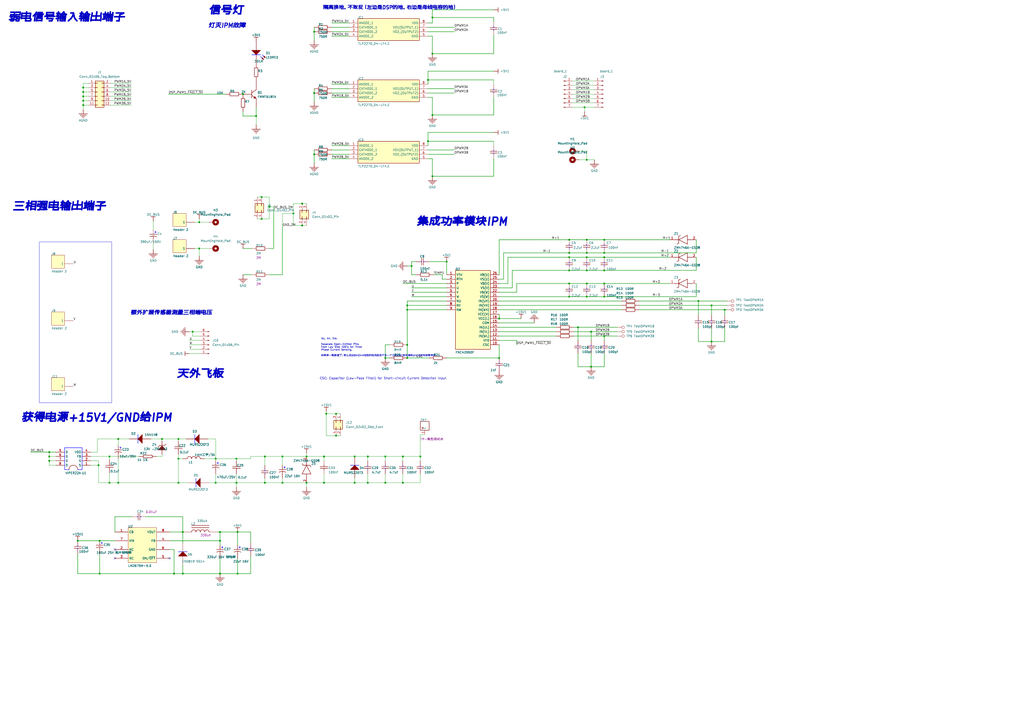
<source format=kicad_sch>
(kicad_sch (version 20230121) (generator eeschema)
  (paper "A2")
  (junction (at 330.2 139.065))
  (junction (at 350.52 149.225))
  (junction (at 335.28 189.865))
  (junction (at 177.8 280.035))
  (junction (at 412.75 177.165))
  (junction (at 151.765 114.3))
  (junction (at 340.36 139.065))
  (junction (at 205.74 264.795))
  (junction (at 330.2 156.845))
  (junction (at 259.08 151.765))
  (junction (at 63.5 264.795))
  (junction (at 103.505 280.035))
  (junction (at 48.26 50.8))
  (junction (at 340.36 92.71))
  (junction (at 57.15 269.875))
  (junction (at 250.825 10.16))
  (junction (at 412.75 198.12))
  (junction (at 194.945 252.73))
  (junction (at 350.52 156.845))
  (junction (at 187.96 264.795))
  (junction (at 125.095 266.065))
  (junction (at 405.13 174.625))
  (junction (at 420.37 179.705))
  (junction (at 189.23 240.03))
  (junction (at 175.26 130.81))
  (junction (at 233.68 264.795))
  (junction (at 182.245 53.975))
  (junction (at 213.36 280.035))
  (junction (at 103.505 266.065))
  (junction (at 339.09 62.23))
  (junction (at 111.76 192.405))
  (junction (at 340.36 164.465))
  (junction (at 137.795 332.74))
  (junction (at 28.575 264.795))
  (junction (at 115.57 128.905))
  (junction (at 68.58 254.635))
  (junction (at 151.765 127))
  (junction (at 103.505 254.635))
  (junction (at 223.52 280.035))
  (junction (at 48.26 55.88))
  (junction (at 289.56 207.645))
  (junction (at 125.095 280.035))
  (junction (at 330.2 149.225))
  (junction (at 330.2 146.685))
  (junction (at 250.825 31.115))
  (junction (at 127.635 313.69))
  (junction (at 194.945 240.03))
  (junction (at 100.965 332.74))
  (junction (at 250.825 66.675))
  (junction (at 57.785 313.69))
  (junction (at 163.83 264.795))
  (junction (at 213.36 264.795))
  (junction (at 187.96 280.035))
  (junction (at 153.67 280.035))
  (junction (at 127.635 308.61))
  (junction (at 177.8 264.795))
  (junction (at 248.285 46.355))
  (junction (at 48.26 58.42))
  (junction (at 350.52 164.465))
  (junction (at 106.045 332.74))
  (junction (at 350.52 172.085))
  (junction (at 248.285 81.915))
  (junction (at 48.26 53.34))
  (junction (at 243.84 264.795))
  (junction (at 68.58 280.035))
  (junction (at 63.5 280.035))
  (junction (at 28.575 262.255))
  (junction (at 28.575 267.335))
  (junction (at 93.98 254.635))
  (junction (at 140.97 54.61))
  (junction (at 182.245 89.535))
  (junction (at 223.52 264.795))
  (junction (at 137.16 266.065))
  (junction (at 250.825 102.235))
  (junction (at 342.9 212.725))
  (junction (at 127.635 332.74))
  (junction (at 163.83 280.035))
  (junction (at 289.56 184.785))
  (junction (at 170.18 123.825))
  (junction (at 340.36 146.685))
  (junction (at 330.2 172.085))
  (junction (at 330.2 164.465))
  (junction (at 342.9 192.405))
  (junction (at 182.245 18.415))
  (junction (at 238.76 154.305))
  (junction (at 236.22 200.025))
  (junction (at 350.52 194.945))
  (junction (at 57.785 332.74))
  (junction (at 148.59 67.31))
  (junction (at 223.52 207.645))
  (junction (at 340.36 172.085))
  (junction (at 233.68 280.035))
  (junction (at 45.085 313.69))
  (junction (at 175.26 118.11))
  (junction (at 205.74 280.035))
  (junction (at 340.36 149.225))
  (junction (at 156.21 120.015))
  (junction (at 153.67 264.795))
  (junction (at 48.26 60.96))
  (junction (at 350.52 146.685))
  (junction (at 236.22 177.165))
  (junction (at 137.16 280.035))
  (junction (at 350.52 139.065))
  (junction (at 106.045 308.61))
  (junction (at 137.795 308.61))
  (junction (at 236.22 179.705))
  (junction (at 236.22 207.645))
  (junction (at 115.57 144.145))
  (junction (at 340.36 156.845))
  (no_connect (at 66.675 318.77))
  (no_connect (at 98.425 323.85))
  (no_connect (at 66.675 323.85))
  (wire (pts (xy 250.825 66.675) (xy 250.825 56.515)) (stroke (width 0.254)))
  (wire (pts (xy 194.945 240.03) (xy 189.23 240.03)))
  (wire (pts (xy 189.23 238.76) (xy 189.23 240.03)))
  (wire (pts (xy 238.76 159.385) (xy 241.3 159.385)) (stroke (width 0.254)))
  (wire (pts (xy 286.385 46.355) (xy 286.385 48.895)))
  (wire (pts (xy 202.565 56.515) (xy 192.405 56.515)) (stroke (width 0.254)))
  (wire (pts (xy 48.26 50.8) (xy 51.435 50.8)))
  (wire (pts (xy 238.76 172.085) (xy 259.08 172.085)) (stroke (width 0.254)))
  (wire (pts (xy 342.9 192.405) (xy 358.14 192.405)) (stroke (width 0.254)))
  (wire (pts (xy 93.98 254.635) (xy 103.505 254.635)))
  (wire (pts (xy 286.385 81.915) (xy 286.385 84.455)))
  (wire (pts (xy 213.36 264.795) (xy 213.36 267.335)))
  (wire (pts (xy 28.575 269.875) (xy 28.575 267.335)))
  (wire (pts (xy 93.98 264.795) (xy 90.805 264.795)))
  (wire (pts (xy 127.635 313.69) (xy 127.635 316.23)) (stroke (width 0.254)))
  (wire (pts (xy 342.9 197.485) (xy 342.9 192.405)) (stroke (width 0.254)))
  (wire (pts (xy 137.16 280.035) (xy 153.67 280.035)))
  (wire (pts (xy 109.855 197.485) (xy 116.205 197.485)))
  (wire (pts (xy 233.68 164.465) (xy 259.08 164.465)) (stroke (width 0.254)))
  (wire (pts (xy 259.08 174.625) (xy 236.22 174.625)) (stroke (width 0.254)))
  (wire (pts (xy 339.09 62.23) (xy 344.805 62.23)))
  (wire (pts (xy 56.515 254.635) (xy 68.58 254.635)))
  (wire (pts (xy 223.52 264.795) (xy 233.68 264.795)))
  (wire (pts (xy 125.095 274.955) (xy 125.095 280.035)))
  (wire (pts (xy 403.86 172.085) (xy 403.86 164.465)) (stroke (width 0.254)))
  (wire (pts (xy 332.105 59.69) (xy 344.805 59.69)))
  (wire (pts (xy 115.57 128.905) (xy 121.285 128.905)))
  (wire (pts (xy 223.52 280.035) (xy 233.68 280.035)))
  (wire (pts (xy 250.825 10.16) (xy 250.825 13.335)) (stroke (width 0.254)))
  (wire (pts (xy 76.835 299.72) (xy 66.675 299.72)) (stroke (width 0.254)))
  (wire (pts (xy 202.565 86.995) (xy 192.405 86.995)) (stroke (width 0.254)))
  (wire (pts (xy 127.635 332.74) (xy 127.635 323.85)) (stroke (width 0.254)))
  (wire (pts (xy 322.58 192.405) (xy 289.56 192.405)) (stroke (width 0.254)))
  (wire (pts (xy 420.37 198.12) (xy 420.37 190.5)) (stroke (width 0.254)))
  (wire (pts (xy 202.565 92.075) (xy 192.405 92.075)) (stroke (width 0.254)))
  (wire (pts (xy 236.22 174.625) (xy 236.22 177.165)) (stroke (width 0.254)))
  (wire (pts (xy 289.56 184.785) (xy 289.56 182.245)) (stroke (width 0.254)))
  (wire (pts (xy 153.67 280.035) (xy 163.83 280.035)))
  (wire (pts (xy 292.1 146.685) (xy 292.1 161.925)) (stroke (width 0.254)))
  (wire (pts (xy 84.455 299.72) (xy 106.045 299.72)) (stroke (width 0.254)))
  (wire (pts (xy 340.36 172.085) (xy 350.52 172.085)) (stroke (width 0.254)))
  (wire (pts (xy 403.86 146.685) (xy 350.52 146.685)) (stroke (width 0.254)))
  (wire (pts (xy 370.84 177.165) (xy 412.75 177.165)) (stroke (width 0.254)))
  (wire (pts (xy 412.75 190.5) (xy 412.75 198.12)) (stroke (width 0.254)))
  (wire (pts (xy 340.36 156.845) (xy 330.2 156.845)) (stroke (width 0.254)))
  (wire (pts (xy 48.26 53.34) (xy 51.435 53.34)))
  (wire (pts (xy 170.18 123.825) (xy 170.18 130.81)))
  (wire (pts (xy 100.965 318.77) (xy 100.965 332.74)) (stroke (width 0.254)))
  (wire (pts (xy 28.575 264.795) (xy 32.385 264.795)))
  (wire (pts (xy 289.56 139.065) (xy 289.56 159.385)) (stroke (width 0.254)))
  (wire (pts (xy 248.285 53.975) (xy 263.525 53.975)) (stroke (width 0.254)))
  (wire (pts (xy 163.83 123.825) (xy 170.18 123.825)))
  (wire (pts (xy 332.74 194.945) (xy 350.52 194.945)) (stroke (width 0.254)))
  (wire (pts (xy 202.565 20.955) (xy 192.405 20.955)) (stroke (width 0.254)))
  (wire (pts (xy 182.245 53.975) (xy 182.245 59.055)) (stroke (width 0.254)))
  (wire (pts (xy 103.505 280.035) (xy 108.585 280.035)))
  (wire (pts (xy 149.225 127) (xy 151.765 127)))
  (wire (pts (xy 332.105 46.99) (xy 344.805 46.99)))
  (wire (pts (xy 57.15 269.875) (xy 57.15 280.035)))
  (wire (pts (xy 289.56 179.705) (xy 360.68 179.705)) (stroke (width 0.254)))
  (wire (pts (xy 106.045 308.61) (xy 106.045 314.96)) (stroke (width 0.254)))
  (wire (pts (xy 233.68 264.795) (xy 243.84 264.795)))
  (wire (pts (xy 156.21 120.015) (xy 158.75 120.015)))
  (wire (pts (xy 115.57 127) (xy 115.57 128.905)))
  (wire (pts (xy 140.97 64.77) (xy 140.97 67.31)) (stroke (width 0.254)))
  (wire (pts (xy 63.5 280.035) (xy 57.15 280.035)))
  (wire (pts (xy 116.205 194.945) (xy 111.76 194.945)))
  (wire (pts (xy 68.58 280.035) (xy 63.5 280.035)))
  (wire (pts (xy 223.52 274.955) (xy 223.52 280.035)))
  (wire (pts (xy 28.575 264.795) (xy 28.575 262.255)))
  (wire (pts (xy 163.83 123.825) (xy 163.83 131.445)))
  (wire (pts (xy 248.285 86.995) (xy 263.525 86.995)) (stroke (width 0.254)))
  (wire (pts (xy 48.26 55.88) (xy 51.435 55.88)))
  (wire (pts (xy 350.52 194.945) (xy 358.14 194.945)) (stroke (width 0.254)))
  (wire (pts (xy 289.56 172.085) (xy 330.2 172.085)) (stroke (width 0.254)))
  (wire (pts (xy 250.825 102.235) (xy 250.825 92.075)) (stroke (width 0.254)))
  (wire (pts (xy 213.36 264.795) (xy 223.52 264.795)))
  (wire (pts (xy 64.135 55.88) (xy 76.2 55.88)))
  (wire (pts (xy 182.245 86.995) (xy 182.245 89.535)) (stroke (width 0.254)))
  (wire (pts (xy 205.74 280.035) (xy 213.36 280.035)))
  (wire (pts (xy 64.135 50.8) (xy 76.2 50.8)))
  (wire (pts (xy 93.98 254.635) (xy 93.98 255.905)))
  (wire (pts (xy 52.705 264.795) (xy 63.5 264.795)))
  (wire (pts (xy 248.285 41.275) (xy 248.285 46.355)) (stroke (width 0.254)))
  (wire (pts (xy 163.83 277.495) (xy 163.83 280.035)))
  (wire (pts (xy 233.68 274.955) (xy 233.68 280.035)))
  (wire (pts (xy 103.505 263.525) (xy 103.505 266.065)))
  (wire (pts (xy 106.045 327.66) (xy 106.045 332.74)) (stroke (width 0.254)))
  (wire (pts (xy 64.135 48.26) (xy 76.2 48.26)))
  (wire (pts (xy 248.285 81.915) (xy 248.285 84.455)) (stroke (width 0.254)))
  (wire (pts (xy 156.21 144.145) (xy 158.75 144.145)) (stroke (width 0.254)))
  (wire (pts (xy 297.18 156.845) (xy 297.18 167.005)) (stroke (width 0.254)))
  (wire (pts (xy 64.135 60.96) (xy 76.2 60.96)))
  (wire (pts (xy 292.1 161.925) (xy 289.56 161.925)) (stroke (width 0.254)))
  (wire (pts (xy 151.765 114.3) (xy 156.21 114.3)))
  (wire (pts (xy 342.9 212.725) (xy 350.52 212.725)) (stroke (width 0.254)))
  (wire (pts (xy 344.805 92.71) (xy 340.36 92.71)))
  (wire (pts (xy 223.52 267.335) (xy 223.52 264.795)))
  (wire (pts (xy 137.795 308.61) (xy 127.635 308.61)) (stroke (width 0.254)))
  (wire (pts (xy 63.5 264.795) (xy 80.645 264.795)))
  (wire (pts (xy 187.96 264.795) (xy 187.96 267.335)))
  (wire (pts (xy 250.825 31.115) (xy 286.385 31.115)) (stroke (width 0.254)))
  (wire (pts (xy 294.64 164.465) (xy 294.64 149.225)) (stroke (width 0.254)))
  (wire (pts (xy 248.285 89.535) (xy 263.525 89.535)) (stroke (width 0.254)))
  (wire (pts (xy 28.575 262.255) (xy 32.385 262.255)) (stroke (width 0.254)))
  (wire (pts (xy 213.36 274.955) (xy 213.36 280.035)))
  (wire (pts (xy 137.16 267.335) (xy 137.16 266.065)))
  (wire (pts (xy 250.825 102.235) (xy 286.385 102.235)) (stroke (width 0.254)))
  (wire (pts (xy 223.52 200.025) (xy 223.52 207.645)) (stroke (width 0.254)))
  (wire (pts (xy 140.97 159.385) (xy 146.05 159.385)) (stroke (width 0.254)))
  (wire (pts (xy 126.365 308.61) (xy 127.635 308.61)) (stroke (width 0.254)))
  (wire (pts (xy 192.405 53.975) (xy 202.565 53.975)) (stroke (width 0.254)))
  (wire (pts (xy 111.76 194.945) (xy 111.76 192.405)))
  (wire (pts (xy 286.385 81.915) (xy 248.285 81.915)) (stroke (width 0.254)))
  (wire (pts (xy 358.14 189.865) (xy 335.28 189.865)) (stroke (width 0.254)))
  (wire (pts (xy 238.76 154.305) (xy 236.22 154.305)) (stroke (width 0.254)))
  (wire (pts (xy 332.105 62.23) (xy 339.09 62.23)))
  (wire (pts (xy 403.86 139.065) (xy 403.86 146.685)) (stroke (width 0.254)))
  (wire (pts (xy 350.52 156.845) (xy 340.36 156.845)) (stroke (width 0.254)))
  (wire (pts (xy 125.095 280.035) (xy 137.16 280.035)))
  (wire (pts (xy 350.52 164.465) (xy 388.62 164.465)) (stroke (width 0.254)))
  (wire (pts (xy 182.245 89.535) (xy 182.245 94.615)) (stroke (width 0.254)))
  (wire (pts (xy 163.83 159.385) (xy 163.83 131.445)) (stroke (width 0.254)))
  (wire (pts (xy 248.285 51.435) (xy 263.525 51.435)) (stroke (width 0.254)))
  (wire (pts (xy 202.565 84.455) (xy 192.405 84.455)) (stroke (width 0.254)))
  (wire (pts (xy 103.505 254.635) (xy 103.505 255.905)))
  (wire (pts (xy 233.68 267.335) (xy 233.68 264.795)))
  (wire (pts (xy 205.74 277.495) (xy 205.74 280.035)))
  (wire (pts (xy 248.285 46.355) (xy 248.285 48.895)) (stroke (width 0.254)))
  (wire (pts (xy 194.945 252.73) (xy 197.485 252.73)))
  (wire (pts (xy 335.28 205.105) (xy 335.28 212.725)) (stroke (width 0.254)))
  (wire (pts (xy 330.2 146.685) (xy 292.1 146.685)) (stroke (width 0.254)))
  (wire (pts (xy 153.67 264.795) (xy 163.83 264.795)))
  (wire (pts (xy 106.045 332.74) (xy 127.635 332.74)) (stroke (width 0.254)))
  (wire (pts (xy 51.435 60.96) (xy 48.26 60.96)))
  (wire (pts (xy 350.52 139.065) (xy 340.36 139.065)) (stroke (width 0.254)))
  (wire (pts (xy 286.385 20.32) (xy 286.385 31.115)) (stroke (width 0.254)))
  (wire (pts (xy 340.36 149.225) (xy 350.52 149.225)) (stroke (width 0.254)))
  (wire (pts (xy 182.245 51.435) (xy 182.245 53.975)) (stroke (width 0.254)))
  (wire (pts (xy 332.105 57.15) (xy 344.805 57.15)))
  (wire (pts (xy 100.965 332.74) (xy 106.045 332.74)) (stroke (width 0.254)))
  (wire (pts (xy 106.045 308.61) (xy 98.425 308.61)) (stroke (width 0.254)))
  (wire (pts (xy 350.52 172.085) (xy 403.86 172.085)) (stroke (width 0.254)))
  (wire (pts (xy 236.22 207.645) (xy 248.92 207.645)) (stroke (width 0.254)))
  (wire (pts (xy 177.8 264.795) (xy 187.96 264.795)))
  (wire (pts (xy 57.15 269.875) (xy 52.705 269.875)))
  (wire (pts (xy 223.52 207.645) (xy 226.06 207.645)) (stroke (width 0.254)))
  (wire (pts (xy 243.84 264.795) (xy 243.84 267.335)))
  (wire (pts (xy 405.13 174.625) (xy 405.13 182.88)) (stroke (width 0.254)))
  (wire (pts (xy 332.105 49.53) (xy 344.805 49.53)))
  (wire (pts (xy 145.415 308.61) (xy 137.795 308.61)) (stroke (width 0.254)))
  (wire (pts (xy 57.785 321.31) (xy 57.785 332.74)) (stroke (width 0.254)))
  (wire (pts (xy 250.825 5.715) (xy 250.825 10.16)) (stroke (width 0.254)))
  (wire (pts (xy 148.59 67.31) (xy 148.59 62.23)) (stroke (width 0.254)))
  (wire (pts (xy 175.26 118.11) (xy 177.8 118.11)))
  (wire (pts (xy 259.08 169.545) (xy 238.76 169.545)) (stroke (width 0.254)))
  (wire (pts (xy 202.565 15.875) (xy 192.405 15.875)) (stroke (width 0.254)))
  (wire (pts (xy 115.57 144.145) (xy 113.03 144.145)))
  (wire (pts (xy 259.08 179.705) (xy 236.22 179.705)) (stroke (width 0.254)))
  (wire (pts (xy 330.2 156.845) (xy 297.18 156.845)) (stroke (width 0.254)))
  (wire (pts (xy 28.575 267.335) (xy 28.575 264.795)))
  (wire (pts (xy 248.285 76.835) (xy 248.285 81.915)) (stroke (width 0.254)))
  (wire (pts (xy 115.57 128.905) (xy 113.03 128.905)))
  (wire (pts (xy 68.58 254.635) (xy 74.93 254.635)))
  (wire (pts (xy 52.705 267.335) (xy 57.15 267.335)))
  (wire (pts (xy 340.36 139.065) (xy 330.2 139.065)) (stroke (width 0.254)))
  (wire (pts (xy 137.16 274.955) (xy 137.16 280.035)))
  (wire (pts (xy 145.415 332.74) (xy 145.415 322.58)) (stroke (width 0.254)))
  (wire (pts (xy 137.795 332.74) (xy 145.415 332.74)) (stroke (width 0.254)))
  (wire (pts (xy 205.74 264.795) (xy 213.36 264.795)))
  (wire (pts (xy 57.15 267.335) (xy 57.15 269.875)))
  (wire (pts (xy 370.84 174.625) (xy 405.13 174.625)) (stroke (width 0.254)))
  (wire (pts (xy 148.59 67.31) (xy 148.59 72.39)))
  (wire (pts (xy 125.095 266.065) (xy 118.745 266.065)))
  (wire (pts (xy 332.105 52.07) (xy 344.805 52.07)))
  (wire (pts (xy 127.635 308.61) (xy 127.635 313.69)) (stroke (width 0.254)))
  (wire (pts (xy 202.565 51.435) (xy 192.405 51.435)) (stroke (width 0.254)))
  (wire (pts (xy 360.68 177.165) (xy 289.56 177.165)) (stroke (width 0.254)))
  (wire (pts (xy 175.26 118.11) (xy 170.18 118.11)))
  (wire (pts (xy 350.52 212.725) (xy 350.52 205.105)) (stroke (width 0.254)))
  (wire (pts (xy 335.915 92.71) (xy 340.36 92.71)))
  (wire (pts (xy 236.22 179.705) (xy 236.22 200.025)) (stroke (width 0.254)))
  (wire (pts (xy 286.385 10.16) (xy 250.825 10.16)) (stroke (width 0.254)))
  (wire (pts (xy 103.505 266.065) (xy 103.505 280.035)))
  (wire (pts (xy 103.505 266.065) (xy 106.045 266.065)))
  (wire (pts (xy 57.785 332.74) (xy 100.965 332.74)) (stroke (width 0.254)))
  (wire (pts (xy 370.84 179.705) (xy 420.37 179.705)) (stroke (width 0.254)))
  (wire (pts (xy 28.575 267.335) (xy 32.385 267.335)))
  (wire (pts (xy 66.675 299.72) (xy 66.675 308.61)) (stroke (width 0.254)))
  (wire (pts (xy 57.785 313.69) (xy 45.085 313.69)) (stroke (width 0.254)))
  (wire (pts (xy 420.37 179.705) (xy 421.64 179.705)) (stroke (width 0.254)))
  (wire (pts (xy 299.72 197.485) (xy 289.56 197.485)) (stroke (width 0.254)))
  (wire (pts (xy 63.5 274.32) (xy 63.5 280.035)))
  (wire (pts (xy 189.23 252.73) (xy 194.945 252.73)))
  (wire (pts (xy 140.97 67.31) (xy 148.59 67.31)) (stroke (width 0.254)))
  (wire (pts (xy 340.36 87.63) (xy 340.36 92.71)))
  (wire (pts (xy 48.26 60.96) (xy 48.26 63.5)))
  (wire (pts (xy 56.515 262.255) (xy 56.515 254.635)))
  (wire (pts (xy 45.085 332.74) (xy 57.785 332.74)) (stroke (width 0.254)))
  (wire (pts (xy 233.68 280.035) (xy 243.84 280.035)))
  (wire (pts (xy 335.28 189.865) (xy 335.28 197.485)) (stroke (width 0.254)))
  (wire (pts (xy 127.635 332.74) (xy 137.795 332.74)) (stroke (width 0.254)))
  (wire (pts (xy 297.18 167.005) (xy 289.56 167.005)) (stroke (width 0.254)))
  (wire (pts (xy 98.425 318.77) (xy 100.965 318.77)) (stroke (width 0.254)))
  (wire (pts (xy 88.9 128.27) (xy 88.9 133.35)))
  (wire (pts (xy 88.9 140.97) (xy 88.9 144.78)))
  (wire (pts (xy 48.26 48.26) (xy 48.26 50.8)))
  (wire (pts (xy 163.83 280.035) (xy 177.8 280.035)))
  (wire (pts (xy 130.81 54.61) (xy 97.79 54.61)) (stroke (width 0.254)))
  (wire (pts (xy 286.385 41.275) (xy 248.285 41.275)) (stroke (width 0.254)))
  (wire (pts (xy 202.565 48.895) (xy 192.405 48.895)) (stroke (width 0.254)))
  (wire (pts (xy 289.56 164.465) (xy 294.64 164.465)) (stroke (width 0.254)))
  (wire (pts (xy 48.26 53.34) (xy 48.26 55.88)))
  (wire (pts (xy 145.415 264.795) (xy 153.67 264.795)))
  (wire (pts (xy 52.705 262.255) (xy 56.515 262.255)))
  (wire (pts (xy 226.06 200.025) (xy 223.52 200.025)) (stroke (width 0.254)))
  (wire (pts (xy 121.285 280.035) (xy 125.095 280.035)))
  (wire (pts (xy 17.78 262.255) (xy 28.575 262.255)) (stroke (width 0.254)))
  (wire (pts (xy 256.54 159.385) (xy 256.54 161.925)) (stroke (width 0.254)))
  (wire (pts (xy 350.52 149.225) (xy 388.62 149.225)) (stroke (width 0.254)))
  (wire (pts (xy 64.135 58.42) (xy 76.2 58.42)))
  (wire (pts (xy 93.98 263.525) (xy 93.98 264.795)))
  (wire (pts (xy 32.385 269.875) (xy 28.575 269.875)))
  (wire (pts (xy 51.435 48.26) (xy 48.26 48.26)))
  (wire (pts (xy 405.13 198.12) (xy 412.75 198.12)) (stroke (width 0.254)))
  (wire (pts (xy 250.825 56.515) (xy 248.285 56.515)) (stroke (width 0.254)))
  (wire (pts (xy 68.58 254.635) (xy 68.58 258.445)))
  (wire (pts (xy 192.405 18.415) (xy 202.565 18.415)) (stroke (width 0.254)))
  (wire (pts (xy 137.16 280.035) (xy 137.16 282.575)))
  (wire (pts (xy 250.825 31.115) (xy 250.825 20.955)) (stroke (width 0.254)))
  (wire (pts (xy 289.56 207.645) (xy 259.08 207.645)) (stroke (width 0.254)))
  (wire (pts (xy 170.18 130.81) (xy 175.26 130.81)))
  (wire (pts (xy 299.72 164.465) (xy 330.2 164.465)) (stroke (width 0.254)))
  (wire (pts (xy 149.225 114.3) (xy 151.765 114.3)))
  (wire (pts (xy 236.22 177.165) (xy 236.22 179.705)) (stroke (width 0.254)))
  (wire (pts (xy 286.385 10.16) (xy 286.385 12.7)) (stroke (width 0.254)))
  (wire (pts (xy 125.095 266.065) (xy 137.16 266.065)))
  (wire (pts (xy 388.62 139.065) (xy 350.52 139.065)) (stroke (width 0.254)))
  (wire (pts (xy 177.8 262.89) (xy 177.8 264.795)))
  (wire (pts (xy 236.22 200.025) (xy 236.22 207.645)) (stroke (width 0.254)))
  (wire (pts (xy 342.9 205.105) (xy 342.9 212.725)) (stroke (width 0.254)))
  (wire (pts (xy 248.285 13.335) (xy 250.825 13.335)) (stroke (width 0.254)))
  (wire (pts (xy 45.085 321.31) (xy 45.085 332.74)) (stroke (width 0.254)))
  (wire (pts (xy 250.825 66.675) (xy 286.385 66.675)) (stroke (width 0.254)))
  (wire (pts (xy 250.825 5.715) (xy 286.385 5.715)) (stroke (width 0.254)))
  (wire (pts (xy 109.855 192.405) (xy 111.76 192.405)))
  (wire (pts (xy 405.13 190.5) (xy 405.13 198.12)) (stroke (width 0.254)))
  (wire (pts (xy 182.245 18.415) (xy 182.245 23.495)) (stroke (width 0.254)))
  (wire (pts (xy 137.795 323.85) (xy 137.795 332.74)) (stroke (width 0.254)))
  (wire (pts (xy 421.64 177.165) (xy 412.75 177.165)) (stroke (width 0.254)))
  (wire (pts (xy 294.64 149.225) (xy 330.2 149.225)) (stroke (width 0.254)))
  (wire (pts (xy 48.26 58.42) (xy 48.26 55.88)))
  (wire (pts (xy 177.8 282.575) (xy 177.8 280.035)))
  (wire (pts (xy 250.825 20.955) (xy 248.285 20.955)) (stroke (width 0.254)))
  (wire (pts (xy 156.21 159.385) (xy 163.83 159.385)) (stroke (width 0.254)))
  (wire (pts (xy 256.54 161.925) (xy 259.08 161.925)) (stroke (width 0.254)))
  (wire (pts (xy 241.3 151.765) (xy 238.76 151.765)) (stroke (width 0.254)))
  (wire (pts (xy 137.795 308.61) (xy 137.795 316.23)) (stroke (width 0.254)))
  (wire (pts (xy 403.86 156.845) (xy 350.52 156.845)) (stroke (width 0.254)))
  (wire (pts (xy 140.97 144.145) (xy 146.05 144.145)) (stroke (width 0.254)))
  (wire (pts (xy 109.855 202.565) (xy 116.205 202.565)))
  (wire (pts (xy 412.75 177.165) (xy 412.75 182.88)) (stroke (width 0.254)))
  (wire (pts (xy 115.57 148.59) (xy 115.57 144.145)))
  (wire (pts (xy 63.5 264.795) (xy 63.5 266.7)))
  (wire (pts (xy 125.095 266.065) (xy 125.095 267.335)))
  (wire (pts (xy 238.76 154.305) (xy 238.76 159.385)) (stroke (width 0.254)))
  (wire (pts (xy 145.415 314.96) (xy 145.415 308.61)) (stroke (width 0.254)))
  (wire (pts (xy 125.095 254.635) (xy 125.095 266.065)))
  (wire (pts (xy 289.56 200.025) (xy 289.56 207.645)) (stroke (width 0.254)))
  (wire (pts (xy 322.58 189.865) (xy 289.56 189.865)) (stroke (width 0.254)))
  (wire (pts (xy 48.26 58.42) (xy 51.435 58.42)))
  (wire (pts (xy 187.96 274.955) (xy 187.96 280.035)))
  (wire (pts (xy 48.26 50.8) (xy 48.26 53.34)))
  (wire (pts (xy 111.76 192.405) (xy 116.205 192.405)))
  (wire (pts (xy 339.09 62.23) (xy 339.09 64.77)))
  (wire (pts (xy 289.56 169.545) (xy 299.72 169.545)) (stroke (width 0.254)))
  (wire (pts (xy 192.405 89.535) (xy 202.565 89.535)) (stroke (width 0.254)))
  (wire (pts (xy 405.13 174.625) (xy 421.64 174.625)) (stroke (width 0.254)))
  (wire (pts (xy 322.58 194.945) (xy 289.56 194.945)) (stroke (width 0.254)))
  (wire (pts (xy 98.425 313.69) (xy 127.635 313.69)) (stroke (width 0.254)))
  (wire (pts (xy 187.96 280.035) (xy 205.74 280.035)))
  (wire (pts (xy 66.675 313.69) (xy 57.785 313.69)) (stroke (width 0.254)))
  (wire (pts (xy 330.2 149.225) (xy 340.36 149.225)) (stroke (width 0.254)))
  (wire (pts (xy 175.26 130.81) (xy 177.8 130.81)))
  (wire (pts (xy 286.385 76.835) (xy 248.285 76.835)) (stroke (width 0.254)))
  (wire (pts (xy 202.565 13.335) (xy 192.405 13.335)) (stroke (width 0.254)))
  (wire (pts (xy 109.855 200.025) (xy 116.205 200.025)))
  (wire (pts (xy 246.38 252.095) (xy 243.84 252.095)))
  (wire (pts (xy 250.825 92.075) (xy 248.285 92.075)) (stroke (width 0.254)))
  (wire (pts (xy 340.36 87.63) (xy 335.915 87.63)))
  (wire (pts (xy 259.08 167.005) (xy 238.76 167.005)) (stroke (width 0.254)))
  (wire (pts (xy 158.75 121.285) (xy 158.75 144.145)) (stroke (width 0.254)))
  (wire (pts (xy 213.36 280.035) (xy 223.52 280.035)))
  (wire (pts (xy 163.83 264.795) (xy 177.8 264.795)))
  (wire (pts (xy 259.08 177.165) (xy 236.22 177.165)) (stroke (width 0.254)))
  (wire (pts (xy 177.8 280.035) (xy 187.96 280.035)))
  (wire (pts (xy 68.58 266.065) (xy 68.58 280.035)))
  (wire (pts (xy 350.52 146.685) (xy 340.36 146.685)) (stroke (width 0.254)))
  (wire (pts (xy 64.135 53.34) (xy 76.2 53.34)))
  (wire (pts (xy 330.2 172.085) (xy 340.36 172.085)) (stroke (width 0.254)))
  (wire (pts (xy 299.72 200.025) (xy 299.72 197.485)) (stroke (width 0.254)))
  (wire (pts (xy 156.21 127) (xy 156.21 120.015)))
  (wire (pts (xy 335.28 189.865) (xy 332.74 189.865)) (stroke (width 0.254)))
  (wire (pts (xy 340.36 164.465) (xy 350.52 164.465)) (stroke (width 0.254)))
  (wire (pts (xy 248.92 151.765) (xy 259.08 151.765)) (stroke (width 0.254)))
  (wire (pts (xy 286.385 56.515) (xy 286.385 66.675)) (stroke (width 0.254)))
  (wire (pts (xy 248.285 15.875) (xy 263.525 15.875)) (stroke (width 0.254)))
  (wire (pts (xy 170.18 118.11) (xy 170.18 123.825)))
  (wire (pts (xy 420.37 179.705) (xy 420.37 182.88)) (stroke (width 0.254)))
  (wire (pts (xy 248.285 18.415) (xy 263.525 18.415)) (stroke (width 0.254)))
  (wire (pts (xy 330.2 139.065) (xy 289.56 139.065)) (stroke (width 0.254)))
  (wire (pts (xy 251.46 159.385) (xy 256.54 159.385)) (stroke (width 0.254)))
  (wire (pts (xy 153.67 264.795) (xy 153.67 269.875)))
  (wire (pts (xy 120.65 254.635) (xy 125.095 254.635)))
  (wire (pts (xy 332.74 192.405) (xy 342.9 192.405)) (stroke (width 0.254)))
  (wire (pts (xy 115.57 144.145) (xy 121.285 144.145)))
  (wire (pts (xy 87.63 254.635) (xy 93.98 254.635)))
  (wire (pts (xy 309.88 187.325) (xy 289.56 187.325)) (stroke (width 0.254)))
  (wire (pts (xy 103.505 254.635) (xy 107.95 254.635)))
  (wire (pts (xy 189.23 240.03) (xy 189.23 252.73)))
  (wire (pts (xy 259.08 151.765) (xy 259.08 159.385)) (stroke (width 0.254)))
  (wire (pts (xy 48.26 60.96) (xy 48.26 58.42)))
  (wire (pts (xy 332.105 54.61) (xy 344.805 54.61)))
  (wire (pts (xy 330.2 164.465) (xy 340.36 164.465)) (stroke (width 0.254)))
  (wire (pts (xy 182.245 15.875) (xy 182.245 18.415)) (stroke (width 0.254)))
  (wire (pts (xy 286.385 92.075) (xy 286.385 102.235)) (stroke (width 0.254)))
  (wire (pts (xy 187.96 264.795) (xy 205.74 264.795)))
  (wire (pts (xy 197.485 240.03) (xy 194.945 240.03)))
  (wire (pts (xy 360.68 174.625) (xy 289.56 174.625)) (stroke (width 0.254)))
  (wire (pts (xy 151.765 127) (xy 156.21 127)))
  (wire (pts (xy 145.415 264.795) (xy 145.415 266.065)))
  (wire (pts (xy 403.86 149.225) (xy 403.86 156.845)) (stroke (width 0.254)))
  (wire (pts (xy 137.16 266.065) (xy 145.415 266.065)))
  (wire (pts (xy 103.505 280.035) (xy 68.58 280.035)))
  (wire (pts (xy 412.75 198.12) (xy 420.37 198.12)) (stroke (width 0.254)))
  (wire (pts (xy 350.52 197.485) (xy 350.52 194.945)) (stroke (width 0.254)))
  (wire (pts (xy 302.26 184.785) (xy 289.56 184.785)) (stroke (width 0.254)))
  (wire (pts (xy 299.72 169.545) (xy 299.72 164.465)) (stroke (width 0.254)))
  (wire (pts (xy 153.67 277.495) (xy 153.67 280.035)))
  (wire (pts (xy 158.75 120.015) (xy 158.75 121.285)))
  (wire (pts (xy 109.855 205.105) (xy 116.205 205.105)))
  (wire (pts (xy 335.28 212.725) (xy 342.9 212.725)) (stroke (width 0.254)))
  (wire (pts (xy 106.045 299.72) (xy 106.045 308.61)) (stroke (width 0.254)))
  (wire (pts (xy 243.84 274.955) (xy 243.84 280.035)))
  (wire (pts (xy 238.76 151.765) (xy 238.76 154.305)) (stroke (width 0.254)))
  (wire (pts (xy 163.83 264.795) (xy 163.83 269.875)))
  (wire (pts (xy 286.385 46.355) (xy 248.285 46.355)) (stroke (width 0.254)))
  (wire (pts (xy 340.36 146.685) (xy 330.2 146.685)) (stroke (width 0.254)))
  (wire (pts (xy 156.21 114.3) (xy 156.21 120.015)))
  (wire (pts (xy 243.84 252.095) (xy 243.84 264.795)))
  (rectangle (start 22.86 140.335) (end 64.77 233.68))
  (text_box "NU, NV, NW:\n\nSeparate Open−Emitter Pins from Low Side IGBTs for Three Phase Current Sensing.\n\n如果某一路直通了，那么流过8mOhm电阻的电流就会产生一个正的CSC信号通给pin10实现短路保护\n" (at 210.82 194.945 0) (size -25.4 20.32) (stroke (width -0.0001) (color 0 0 0 1)) (fill (type color) (color 255 255 255 1)) (effects (font (size 1.016 1.016)) (justify left top)))
  (text "弱电信号输入输出端子" (at 4.445 12.954 0) (effects (font (size 4.572 4.572) bold italic) (justify left bottom)))
  (text "灯灭IPM故障" (at 120.65 16.51 0) (effects (font (size 2.54 2.54) bold italic) (justify left bottom)))
  (text "信号灯" (at 120.65 8.89 0) (effects (font (size 4.572 4.572) bold italic) (justify left bottom)))
  (text "隔离换地，不取反（左边是DSP的地，右边是母线电容的地）" (at 187.325 5.715 0) (effects (font (size 2.032 2.032) bold) (justify left bottom)))
  (text "天外飞板" (at 102.235 219.71 0) (effects (font (size 4.572 4.572) bold italic) (justify left bottom)))
  (text "获得电源+15V1/GND给IPM" (at 12.065 245.11 0) (effects (font (size 4.572 4.572) bold italic) (justify left bottom)))
  (text "额外扩展传感器测量三相端电压" (at 75.565 182.88 0) (effects (font (size 2.286 2.286) bold italic) (justify left bottom)))
  (text "三相强电输出端子" (at 6.985 122.555 0) (effects (font (size 4.572 4.572) bold italic) (justify left bottom)))
  (text "集成功率模块IPM" (at 241.3 131.445 0) (effects (font (size 4.572 4.572) bold italic) (justify left bottom)))
  (text "CSC: Capacitor (Low−Pass Filter) for Short−circuit Current Detection Input" (at 185.42 220.345 0) (effects (font (size 1.27 1.27)) (justify left bottom)))
  (label "PWM1B_5V" (at 76.2 55.88 180))
  (label "PWM3B_5V" (at 192.405 92.075 180))
  (label "PWM1A_5V" (at 76.2 48.26 180))
  (label "PWM2A_5V" (at 192.405 20.955 180))
  (label "W" (at 238.76 172.085 180))
  (label "W" (at 42.545 224.155 180))
  (label "PWM1A_5V" (at 192.405 13.335 180))
  (label "DC_BUS" (at 17.78 262.255 180))
  (label "TEMP1" (at 251.46 159.385 180))
  (label "V" (at 42.545 186.055 180))
  (label "OPWM2B" (at 345.44 192.405 180))
  (label "OPWM1A" (at 334.01 46.99 180))
  (label "CSC" (at 241.3 207.645 180))
  (label "PWM2B_5V" (at 76.2 58.42 180))
  (label "OPWM1B" (at 345.44 189.865 180))
  (label "OPWM2A" (at 387.985 177.165 180))
  (label "OPWM2B" (at 263.525 86.995 180))
  (label "U" (at 42.545 153.035 180))
  (label "M+1" (at 320.04 139.065 180))
  (label "V" (at 238.76 169.545 180))
  (label "OPWM3A" (at 263.525 51.435 180))
  (label "M+1" (at 384.42 139.065 180))
  (label "M-1" (at 314.96 146.685 180))
  (label "OPWM1A" (at 387.985 174.625 180))
  (label "M-1" (at 383.54 146.685 180))
  (label "OPWM2B" (at 334.01 57.15 180))
  (label "M-3" (at 378.46 172.085 180))
  (label "GND_2M" (at 163.83 131.445 180))
  (label "M-2" (at 382.225 156.845 180))
  (label "PWM3A_5V" (at 76.2 53.34 180))
  (label "OPWM2A" (at 334.01 49.53 180))
  (label "M+2" (at 383.54 149.225 180))
  (label "OPWM1A" (at 263.525 15.875 180))
  (label "DSP_PWM1_~{FAULT_5V}" (at 97.79 54.61 180))
  (label "DC_BUS" (at 233.68 164.465 180))
  (label "U" (at 109.855 197.485 180))
  (label "OPWM3A" (at 334.01 52.07 180))
  (label "PWM2B_5V" (at 192.405 84.455 180))
  (label "DC_BUS_2M" (at 158.75 121.285 180))
  (label "DSP_PWM1_~{FAULT_5V}" (at 299.72 200.025 180))
  (label "OPWM3B" (at 334.01 59.69 180))
  (label "W" (at 109.855 200.025 180))
  (label "M+3" (at 378.46 164.465 180))
  (label "OPWM3B" (at 345.44 194.945 180))
  (label "OPWM3B" (at 263.525 89.535 180))
  (label "OPWM3A" (at 387.985 179.705 180))
  (label "OPWM1B" (at 334.01 54.61 180))
  (label "PWM2A_5V" (at 76.2 50.8 180))
  (label "OPWM2A" (at 263.525 18.415 180))
  (label "PWM3B_5V" (at 76.2 60.96 180))
  (label "U" (at 238.76 167.005 180))
  (label "V" (at 109.855 202.565 180))
  (label "OPWM1B" (at 263.525 53.975 180))
  (label "PWM3A_5V" (at 192.405 48.895 180))
  (label "PWM1B_5V" (at 192.405 56.515 180))
  (symbol (lib_id "inverter-altium-import:DC_BUS") (at 115.57 127 180) (unit 1)
    (property "Reference" "#PWR014" (effects hide))
    (property "Value" "DC_BUS" (at 115.57 123.19 0))
  )
  (symbol (lib_id "inverter-altium-import:root_2_Res2") (at 233.68 210.185 0) (unit 1)
    (property "Reference" "R20" (at 228.6 206.629 0) (effects (justify left bottom)))
    (property "Value" "8mR" (at 228.6 211.201 0) (effects (justify left bottom)))
    (property "Footprint" "Resistor_SMD:R_2512_6332Metric" (effects hide))
    (property "PUBLISHED" "8-Jun-2000" (effects hide))
    (property "LATESTREVISIONDATE" "17-Jul-2002" (effects hide))
    (property "LATESTREVISIONNOTE" "Re-released for DXP Platform." (effects hide))
    (property "PACKAGEREFERENCE" "AXIAL-0.4" (effects hide))
    (property "PUBLISHER" "Altium Limited" (effects hide))
    (property "PACKAGEDESCRIPTION" "Axial Device, Thru-Hole; 2 Leads; 0.4 in Pin Spacing" (effects hide))
    (property "ALTIUM_VALUE" "3.3K" (effects hide))
  )
  (symbol (lib_id "inverter-altium-import:root_0_NPN") (at 146.05 52.07 0) (unit 1)
    (property "Reference" "Q1" (at 149.352 54.356 0) (effects (justify left bottom)))
    (property "Value" "FMMT618TA" (at 149.352 56.896 0) (effects (justify left bottom)))
    (property "Footprint" "Package_TO_SOT_SMD:SOT-23-3" (effects hide))
    (property "PUBLISHED" "8-Jun-2000" (effects hide))
    (property "LATESTREVISIONDATE" "17-Jul-2002" (effects hide))
    (property "LATESTREVISIONNOTE" "Re-released for DXP Platform." (effects hide))
    (property "PACKAGEREFERENCE" "TO-226-AA" (effects hide))
    (property "PUBLISHER" "Altium Limited" (effects hide))
    (property "PACKAGEDESCRIPTION" "TO, Flat Index; 3 In-Line, Axial Leads; Body Dia. 4.8mm; Leads 0.55 x 0.51 mm (max)" (effects hide))
    (property "CODE_JEDEC" "TO-226-AA" (effects hide))
    (property "CLASSNAME" "HelloDSP" (effects hide))
  )
  (symbol (lib_id "inverter-altium-import:DC_BUS") (at 109.855 205.105 270) (unit 1)
    (property "Reference" "#PWR026" (effects hide))
    (property "Value" "DC_BUS" (at 106.045 205.105 90) (effects (justify right)))
  )
  (symbol (lib_id "inverter-altium-import:root_3_Cap Pol1") (at 166.37 272.415 0) (unit 1)
    (property "Reference" "C28" (at 166.116 272.923 0) (effects (justify left bottom)))
    (property "Value" "22uf 16V" (at 165.1 276.86 0) (effects (justify left bottom)))
    (property "Footprint" "Capacitor_Tantalum_SMD:CP_EIA-3216-18_Kemet-A" (effects hide))
    (property "PUBLISHED" "8-Jun-2000" (effects hide))
    (property "LATESTREVISIONDATE" "17-Jul-2002" (effects hide))
    (property "LATESTREVISIONNOTE" "Re-released for DXP Platform." (effects hide))
    (property "PUBLISHER" "Altium Limited" (effects hide))
  )
  (symbol (lib_id "inverter-altium-import:GND") (at 236.22 154.305 270) (unit 1)
    (property "Reference" "#PWR019" (effects hide))
    (property "Value" "GND" (at 228.6 154.305 90))
  )
  (symbol (lib_id "inverter-altium-import:root_2_Cap") (at 81.915 302.26 0) (unit 1)
    (property "Reference" "C34" (at 79.375 297.434 0) (effects (justify left bottom)))
    (property "Value" "0.01uF" (effects hide))
    (property "Footprint" "Capacitor_SMD:C_0603_1608Metric" (effects hide))
    (property "PUBLISHED" "8-Jun-2000" (effects hide))
    (property "REVISION" "July-2002: Re-released for DXP Platform." (effects hide))
    (property "PUBLISHER" "Altium Limited" (effects hide))
    (property "ALTIUM_VALUE" "0.01uF" (at 84.455 297.688 0) (effects (justify left bottom)))
  )
  (symbol (lib_id "inverter-altium-import:root_3_Cap") (at 342.9 141.605 0) (unit 1)
    (property "Reference" "C6" (at 341.63 141.605 0) (effects (justify left bottom)))
    (property "Value" "2.2uf" (at 342.689 144.39 0) (effects (justify left bottom)))
    (property "Footprint" "Capacitor_SMD:C_0805_2012Metric" (effects hide))
    (property "PUBLISHED" "*" (effects hide))
    (property "LATESTREVISIONDATE" "*" (effects hide))
    (property "LATESTREVISIONNOTE" "*" (effects hide))
    (property "PACKAGEREFERENCE" "*" (effects hide))
    (property "PUBLISHER" "*" (effects hide))
  )
  (symbol (lib_id "inverter-altium-import:DC_BUS") (at 140.97 144.145 180) (unit 1)
    (property "Reference" "#PWR016" (effects hide))
    (property "Value" "DC_BUS" (at 140.97 140.335 0))
  )
  (symbol (lib_id "inverter-altium-import:root_0_Res2") (at 363.22 172.085 0) (unit 1)
    (property "Reference" "R13" (at 357.459 168.275 0) (effects (justify left bottom)))
    (property "Value" "100R" (at 362.539 168.275 0) (effects (justify left bottom)))
    (property "Footprint" "Resistor_SMD:R_0603_1608Metric" (effects hide))
    (property "PUBLISHED" "*" (effects hide))
    (property "LATESTREVISIONDATE" "*" (effects hide))
    (property "LATESTREVISIONNOTE" "*" (effects hide))
    (property "PACKAGEREFERENCE" "*" (effects hide))
    (property "PUBLISHER" "*" (effects hide))
  )
  (symbol (lib_id "inverter-altium-import:root_1_Cap") (at 283.845 53.975 0) (unit 1)
    (property "Reference" "C2" (at 288.671 53.721 0) (effects (justify left bottom)))
    (property "Value" "100nf" (at 288.29 55.88 0) (effects (justify left bottom)))
    (property "Footprint" "Capacitor_SMD:C_0603_1608Metric" (effects hide))
    (property "PUBLISHED" "8-Jun-2000" (effects hide))
    (property "REVISION" "July-2002: Re-released for DXP Platform." (effects hide))
    (property "PUBLISHER" "Altium Limited" (effects hide))
  )
  (symbol (lib_id "inverter-altium-import:GND") (at 250.825 66.675 0) (unit 1)
    (property "Reference" "#PWR08" (effects hide))
    (property "Value" "GND" (at 250.825 73.025 0))
  )
  (symbol (lib_id "inverter-altium-import:+5V1") (at 137.795 308.61 180) (unit 1)
    (property "Reference" "#PWR033" (effects hide))
    (property "Value" "+5V1" (at 137.795 304.8 0))
  )
  (symbol (lib_id "inverter-altium-import:GND") (at 344.805 92.71 0) (unit 1)
    (property "Reference" "#PWR037" (effects hide))
    (property "Value" "GND" (at 344.805 99.06 0))
  )
  (symbol (lib_id "inverter-altium-import:root_0_Res2") (at 363.22 174.625 0) (unit 1)
    (property "Reference" "R14" (at 357.459 170.815 0) (effects (justify left bottom)))
    (property "Value" "100R" (at 362.539 170.815 0) (effects (justify left bottom)))
    (property "Footprint" "Resistor_SMD:R_0603_1608Metric" (effects hide))
    (property "PUBLISHED" "*" (effects hide))
    (property "LATESTREVISIONDATE" "*" (effects hide))
    (property "LATESTREVISIONNOTE" "*" (effects hide))
    (property "PACKAGEREFERENCE" "*" (effects hide))
    (property "PUBLISHER" "*" (effects hide))
  )
  (symbol (lib_id "inverter-altium-import:root_0_ZENER") (at 91.44 263.525 90) (unit 1)
    (property "Reference" "Z4" (at 90.805 257.175 90) (effects (justify left bottom)))
    (property "Value" "13V -ZM4743" (at 97.155 259.715 90) (effects (justify left bottom)))
    (property "Footprint" "inverter_lib:MELF_DO-213AB" (effects hide))
  )
  (symbol (lib_id "inverter-altium-import:GND") (at 412.75 198.12 0) (unit 1)
    (property "Reference" "#PWR024" (effects hide))
    (property "Value" "GND" (at 412.75 204.47 0))
  )
  (symbol (lib_id "inverter-altium-import:+5V1") (at 286.385 41.275 90) (unit 1)
    (property "Reference" "#PWR06" (effects hide))
    (property "Value" "+5V1" (at 290.195 41.275 90) (effects (justify right)))
  )
  (symbol (lib_id "Mechanical:MountingHole_Pad") (at 123.825 144.145 270) (mirror x) (unit 1)
    (property "Reference" "H4" (at 125.095 137.16 90))
    (property "Value" "MountingHole_Pad" (at 125.095 139.7 90))
    (property "Footprint" "MountingHole:MountingHole_3.2mm_M3_Pad_Via" (effects hide))
  )
  (symbol (lib_id "inverter-altium-import:+15V1") (at 45.085 313.69 180) (unit 1)
    (property "Reference" "#PWR034" (effects hide))
    (property "Value" "+15V1" (at 45.085 309.88 0))
  )
  (symbol (lib_id "inverter-altium-import:+5V1") (at 259.08 151.765 180) (unit 1)
    (property "Reference" "#PWR018" (effects hide))
    (property "Value" "+5V1" (at 259.08 147.955 0))
  )
  (symbol (lib_id "inverter-altium-import:root_3_Cap Pol1") (at 127.635 269.875 0) (unit 1)
    (property "Reference" "C26" (at 127.381 270.383 0) (effects (justify left bottom)))
    (property "Value" "470uF/25V" (at 125.73 277.495 0) (effects (justify left bottom)))
    (property "Footprint" "Capacitor_SMD:CP_Elec_8x10.5" (effects hide))
    (property "PUBLISHED" "8-Jun-2000" (effects hide))
    (property "LATESTREVISIONDATE" "17-Jul-2002" (effects hide))
    (property "LATESTREVISIONNOTE" "Re-released for DXP Platform." (effects hide))
    (property "PUBLISHER" "Altium Limited" (effects hide))
  )
  (symbol (lib_id "Connector_Generic:Conn_02x02_Odd_Even") (at 197.485 245.11 270) (unit 1)
    (property "Reference" "J12" (at 200.66 245.11 90) (effects (justify left)))
    (property "Value" "Conn_02x02_Odd_Even" (at 200.66 247.65 90) (effects (justify left)))
    (property "Footprint" "Connector_PinSocket_2.54mm:PinSocket_2x02_P2.54mm_Vertical" (effects hide))
  )
  (symbol (lib_id "Connector_Generic:Conn_02x02_Odd_Even") (at 175.26 123.19 90) (mirror x) (unit 1)
    (property "Reference" "J4" (at 180.975 123.19 90) (effects (justify right)))
    (property "Value" "Conn_01x02_Pin" (at 180.975 125.73 90) (effects (justify right)))
    (property "Footprint" "Connector_PinSocket_2.54mm:PinSocket_2x02_P2.54mm_Vertical" (effects hide))
  )
  (symbol (lib_id "inverter-altium-import:root_3_Cap Pol1") (at 91.44 135.89 0) (unit 1)
    (property "Reference" "C4" (at 91.186 136.398 0) (effects (justify left bottom)))
    (property "Value" "390uF/450V" (at 81.28 140.97 0) (effects (justify left bottom)))
    (property "Footprint" "Capacitor_THT:CP_Radial_D35.0mm_P10.00mm_SnapIn" (effects hide))
    (property "PUBLISHED" "8-Jun-2000" (effects hide))
    (property "LATESTREVISIONDATE" "17-Jul-2002" (effects hide))
    (property "LATESTREVISIONNOTE" "Re-released for DXP Platform." (effects hide))
    (property "PUBLISHER" "Altium Limited" (effects hide))
  )
  (symbol (lib_id "Connector:TestPoint") (at 358.14 194.945 270) (unit 1)
    (property "Reference" "TP6" (at 363.22 194.945 90) (effects (justify left)))
    (property "Value" "TestOPWM3B" (at 367.665 194.945 90) (effects (justify left)))
    (property "Footprint" "TestPoint:TestPoint_Pad_D2.0mm" (effects hide))
  )
  (symbol (lib_id "inverter-altium-import:AGND") (at 182.245 94.615 0) (unit 1)
    (property "Reference" "#PWR011" (effects hide))
    (property "Value" "AGND" (at 182.245 100.965 0))
  )
  (symbol (lib_id "Mechanical:MountingHole_Pad") (at 123.825 128.905 270) (mirror x) (unit 1)
    (property "Reference" "H3" (at 125.095 121.92 90))
    (property "Value" "MountingHole_Pad" (at 125.095 124.46 90))
    (property "Footprint" "MountingHole:MountingHole_3.2mm_M3_Pad_Via" (effects hide))
  )
  (symbol (lib_id "inverter-altium-import:root_1_Diode 1N5408") (at 203.2 272.415 0) (unit 1)
    (property "Reference" "D4" (at 208.534 272.161 0) (effects (justify left bottom)))
    (property "Value" "MURS220T3" (at 199.39 274.955 0) (effects (justify left bottom)))
    (property "Footprint" "Diode_SMD:D_SMB" (effects hide))
    (property "PUBLISHED" "8-Jun-2000" (effects hide))
    (property "LATESTREVISIONDATE" "17-Jul-2002" (effects hide))
    (property "LATESTREVISIONNOTE" "Re-released for DXP Platform." (effects hide))
    (property "DATASHEETDOCUMENT" "Aug-1984" (effects hide))
    (property "PACKAGEREFERENCE" "DO-201AD" (effects hide))
    (property "PUBLISHER" "Altium Limited" (effects hide))
    (property "COMPONENTLINK1DESCRIPTION" "Manufacturer Link" (effects hide))
    (property "COMPONENTLINK1URL" "http://www.irf.com/" (effects hide))
  )
  (symbol (lib_id "inverter-altium-import:root_2_Res2") (at 256.54 210.185 0) (unit 1)
    (property "Reference" "R21" (at 251.46 206.629 0) (effects (justify left bottom)))
    (property "Value" "2k" (at 251.46 211.201 0) (effects (justify left bottom)))
    (property "Footprint" "Resistor_SMD:R_1206_3216Metric" (effects hide))
    (property "PUBLISHED" "8-Jun-2000" (effects hide))
    (property "LATESTREVISIONDATE" "17-Jul-2002" (effects hide))
    (property "LATESTREVISIONNOTE" "Re-released for DXP Platform." (effects hide))
    (property "PACKAGEREFERENCE" "AXIAL-0.4" (effects hide))
    (property "PUBLISHER" "Altium Limited" (effects hide))
  )
  (symbol (lib_id "inverter-altium-import:root_0_TLP2270_D4-LF4,E") (at 202.565 84.455 0) (unit 1)
    (property "Reference" "IC3" (at 207.645 81.915 0) (effects (justify left bottom)))
    (property "Value" "TLP2270_D4-LF4,E" (at 207.645 97.155 0) (effects (justify left bottom)))
    (property "Footprint" "Package_SO:SOIC-8_7.5x5.85mm_P1.27mm" (effects hide))
    (property "DATASHEET LINK" "http://toshiba.semicon-storage.com/info/docget.jsp?did=54624&prodName=TLP2270" (effects hide))
    (property "HEIGHT" "2.2mm" (effects hide))
    (property "MANUFACTURER_NAME" "Toshiba" (effects hide))
    (property "MANUFACTURER_PART_NUMBER" "TLP2270(D4-LF4,E" (effects hide))
    (property "MOUSER PART NUMBER" "757-TLP2270D4-LF4E" (effects hide))
    (property "MOUSER PRICE/STOCK" "https://www.mouser.co.uk/ProductDetail/Toshiba/TLP2270D4-LF4E?qs=byeeYqUIh0MHPEM80CcHUQ%3D%3D" (effects hide))
    (property "ARROW PART NUMBER" "TLP2270(D4-LF4,E" (effects hide))
    (property "ARROW PRICE/STOCK" "https://www.arrow.com/en/products/tlp2270-d4-lf4e/toshiba" (effects hide))
  )
  (symbol (lib_id "inverter-altium-import:root_1_Diode 1N5408") (at 115.57 257.175 90) (unit 1)
    (property "Reference" "D3" (at 114.3 249.555 90) (effects (justify left bottom)))
    (property "Value" "MURS220T3" (at 121.285 257.175 90) (effects (justify left bottom)))
    (property "Footprint" "Diode_SMD:D_SMB" (effects hide))
    (property "PUBLISHED" "8-Jun-2000" (effects hide))
    (property "LATESTREVISIONDATE" "17-Jul-2002" (effects hide))
    (property "LATESTREVISIONNOTE" "Re-released for DXP Platform." (effects hide))
    (property "DATASHEETDOCUMENT" "Aug-1984" (effects hide))
    (property "PACKAGEREFERENCE" "DO-201AD" (effects hide))
    (property "PUBLISHER" "Altium Limited" (effects hide))
    (property "COMPONENTLINK1DESCRIPTION" "Manufacturer Link" (effects hide))
    (property "COMPONENTLINK1URL" "http://www.irf.com/" (effects hide))
  )
  (symbol (lib_id "inverter-altium-import:+15V1") (at 302.26 184.785 180) (unit 1)
    (property "Reference" "#PWR021" (effects hide))
    (property "Value" "+15V1" (at 302.26 180.975 0))
  )
  (symbol (lib_id "inverter-altium-import:root_3_Cap Pol1") (at 71.12 260.985 0) (unit 1)
    (property "Reference" "C23" (at 70.866 261.493 0) (effects (justify left bottom)))
    (property "Value" "10uF/35V" (at 69.215 265.43 0) (effects (justify left bottom)))
    (property "Footprint" "Capacitor_SMD:CP_Elec_4x5.4" (effects hide))
    (property "PUBLISHED" "8-Jun-2000" (effects hide))
    (property "LATESTREVISIONDATE" "17-Jul-2002" (effects hide))
    (property "LATESTREVISIONNOTE" "Re-released for DXP Platform." (effects hide))
    (property "PUBLISHER" "Altium Limited" (effects hide))
  )
  (symbol (lib_id "inverter-altium-import:root_1_Cap") (at 402.59 187.96 0) (unit 1)
    (property "Reference" "C15" (at 407.416 187.706 0) (effects (justify left bottom)))
    (property "Value" "100pf" (at 407.416 190.246 0) (effects (justify left bottom)))
    (property "Footprint" "Capacitor_SMD:C_0603_1608Metric" (effects hide))
    (property "PUBLISHED" "*" (effects hide))
    (property "LATESTREVISIONDATE" "*" (effects hide))
    (property "LATESTREVISIONNOTE" "*" (effects hide))
    (property "PACKAGEREFERENCE" "*" (effects hide))
    (property "PUBLISHER" "*" (effects hide))
  )
  (symbol (lib_id "inverter-altium-import:root_2_Header 2") (at 37.465 155.575 0) (unit 1)
    (property "Reference" "J8" (at 29.845 147.955 0) (effects (justify left bottom)))
    (property "Value" "Header 2" (at 29.845 158.115 0) (effects (justify left bottom)))
    (property "Footprint" "inverter_lib:M3_smt" (effects hide))
    (property "LATESTREVISIONDATE" "17-Jul-2002" (effects hide))
    (property "LATESTREVISIONNOTE" "Re-released for DXP Platform." (effects hide))
    (property "PUBLISHER" "Altium Limited" (effects hide))
  )
  (symbol (lib_id "inverter-altium-import:root_0_Res2") (at 363.22 177.165 0) (unit 1)
    (property "Reference" "R15" (at 357.459 173.355 0) (effects (justify left bottom)))
    (property "Value" "100R" (at 362.539 173.355 0) (effects (justify left bottom)))
    (property "Footprint" "Resistor_SMD:R_0603_1608Metric" (effects hide))
    (property "PUBLISHED" "*" (effects hide))
    (property "LATESTREVISIONDATE" "*" (effects hide))
    (property "LATESTREVISIONNOTE" "*" (effects hide))
    (property "PACKAGEREFERENCE" "*" (effects hide))
    (property "PUBLISHER" "*" (effects hide))
  )
  (symbol (lib_id "inverter-altium-import:root_1_TP-黄色测试点") (at 246.38 247.015 0) (unit 1)
    (property "Reference" "TP7" (at 243.84 244.475 0) (effects (justify left bottom)))
    (property "Value" "${MANUFACTURER PART}" (effects hide))
    (property "Footprint" "TestPoint:TestPoint_Pad_D2.0mm" (effects hide))
    (property "NAME" "${MANUFACTURER PART}" (at 243.84 255.5 0) (effects (justify left bottom)))
    (property "SYMBOL" "TP-黄色测试点" (effects hide))
    (property "DEVICE" "TP-黄色测试点" (effects hide))
    (property "LCSC PART NAME" "TP-黄色测试点" (effects hide))
    (property "SUPPLIER PART" "C9900007422" (effects hide))
    (property "MANUFACTURER PART" "TP-黄色测试点" (effects hide))
    (property "SUPPLIER FOOTPRINT" "TESTPOINT-TH_BD-2P-P2.00" (effects hide))
    (property "JLCPCB PART CLASS" "Extended Part" (effects hide))
    (property "DATASHEET" "https://atta.szlcsc.comnull" (effects hide))
    (property "SUPPLIER" "LCSC" (effects hide))
    (property "ADD INTO BOM" "yes" (effects hide))
    (property "CONVERT TO PCB" "yes" (effects hide))
  )
  (symbol (lib_id "inverter-altium-import:+5V1") (at 286.385 5.715 90) (unit 1)
    (property "Reference" "#PWR01" (effects hide))
    (property "Value" "+5V1" (at 290.195 5.715 90) (effects (justify right)))
  )
  (symbol (lib_id "inverter-altium-import:GND") (at 140.97 159.385 0) (unit 1)
    (property "Reference" "#PWR020" (effects hide))
    (property "Value" "GND" (at 140.97 165.735 0))
  )
  (symbol (lib_id "inverter-altium-import:GND") (at 177.8 282.575 0) (unit 1)
    (property "Reference" "#PWR031" (effects hide))
    (property "Value" "GND" (at 177.8 288.925 0))
  )
  (symbol (lib_id "inverter-altium-import:AGND") (at 48.26 63.5 0) (unit 1)
    (property "Reference" "#PWR05" (effects hide))
    (property "Value" "AGND" (at 48.26 69.85 0))
  )
  (symbol (lib_id "inverter-altium-import:root_2_Header 2") (at 37.465 188.595 0) (unit 1)
    (property "Reference" "J9" (at 29.845 180.975 0) (effects (justify left bottom)))
    (property "Value" "Header 2" (at 29.845 191.135 0) (effects (justify left bottom)))
    (property "Footprint" "inverter_lib:M3_smt" (effects hide))
    (property "LATESTREVISIONDATE" "17-Jul-2002" (effects hide))
    (property "LATESTREVISIONNOTE" "Re-released for DXP Platform." (effects hide))
    (property "PUBLISHER" "Altium Limited" (effects hide))
  )
  (symbol (lib_id "inverter-altium-import:root_0_LM2675") (at 74.295 306.07 0) (unit 1)
    (property "Reference" "U2" (at 74.295 306.07 0) (effects (justify left bottom)))
    (property "Value" "LM2675M-5.0" (at 74.295 328.93 0) (effects (justify left bottom)))
    (property "Footprint" "Package_SO:SOIC-8_3.9x4.9mm_P1.27mm" (effects hide))
  )
  (symbol (lib_id "Connector_Generic:Conn_02x06_Odd_Even") (at 56.515 53.34 0) (unit 1)
    (property "Reference" "J1" (at 57.785 41.91 0))
    (property "Value" "Conn_02x06_Top_Bottom" (at 57.785 44.45 0))
    (property "Footprint" "Connector_PinSocket_2.54mm:PinSocket_2x06_P2.54mm_Vertical" (effects hide))
  )
  (symbol (lib_id "inverter-altium-import:root_0_Cap") (at 243.84 149.225 0) (unit 1)
    (property "Reference" "C8" (at 243.586 149.479 0) (effects (justify left bottom)))
    (property "Value" "100nf" (at 243.586 156.591 0) (effects (justify left bottom)))
    (property "Footprint" "Capacitor_SMD:C_0805_2012Metric" (effects hide))
    (property "PUBLISHED" "*" (effects hide))
    (property "LATESTREVISIONDATE" "*" (effects hide))
    (property "LATESTREVISIONNOTE" "*" (effects hide))
    (property "PACKAGEREFERENCE" "*" (effects hide))
    (property "PUBLISHER" "*" (effects hide))
  )
  (symbol (lib_id "Connector:TestPoint") (at 421.64 174.625 270) (unit 1)
    (property "Reference" "TP1" (at 426.72 173.99 90) (effects (justify left)))
    (property "Value" "TestOPWM1A" (at 431.165 173.99 90) (effects (justify left)))
    (property "Footprint" "TestPoint:TestPoint_Pad_D2.0mm" (effects hide))
  )
  (symbol (lib_id "inverter-altium-import:GND") (at 137.16 282.575 0) (unit 1)
    (property "Reference" "#PWR032" (effects hide))
    (property "Value" "GND" (at 137.16 288.925 0))
  )
  (symbol (lib_id "inverter-altium-import:root_1_IC/VIPER12") (at 62.865 280.035 90) (unit 1)
    (property "Reference" "U1" (at 50.165 273.685 90) (effects (justify left bottom)))
    (property "Value" "VIPER22A" (at 46.99 273.685 90) (effects (justify left bottom)))
    (property "Footprint" "Package_SO:SOP-8_3.9x4.9mm_P1.27mm" (effects hide))
  )
  (symbol (lib_id "inverter-altium-import:root_3_RES") (at 83.185 262.255 90) (unit 1)
    (property "Reference" "R22" (at 85.09 262.255 90) (effects (justify left bottom)))
    (property "Value" "1k 1%" (at 85.725 266.065 90) (effects (justify left bottom)))
    (property "Footprint" "Resistor_SMD:R_0805_2012Metric" (effects hide))
  )
  (symbol (lib_id "Connector:TestPoint") (at 421.64 177.165 270) (unit 1)
    (property "Reference" "TP2" (at 426.72 177.165 90) (effects (justify left)))
    (property "Value" "TestOPWM2A" (at 431.165 177.165 90) (effects (justify left)))
    (property "Footprint" "TestPoint:TestPoint_Pad_D2.0mm" (effects hide))
  )
  (symbol (lib_id "inverter-altium-import:root_3_Cap") (at 342.9 167.005 0) (unit 1)
    (property "Reference" "C13" (at 341.63 167.005 0) (effects (justify left bottom)))
    (property "Value" "2.2uf" (at 341.63 172.085 0) (effects (justify left bottom)))
    (property "Footprint" "Capacitor_SMD:C_0805_2012Metric" (effects hide))
    (property "PUBLISHED" "*" (effects hide))
    (property "LATESTREVISIONDATE" "*" (effects hide))
    (property "LATESTREVISIONNOTE" "*" (effects hide))
    (property "PACKAGEREFERENCE" "*" (effects hide))
    (property "PUBLISHER" "*" (effects hide))
  )
  (symbol (lib_id "inverter-altium-import:root_2_Res2") (at 189.865 92.075 0) (unit 1)
    (property "Reference" "R9" (at 184.785 88.519 0) (effects (justify left bottom)))
    (property "Value" "750R" (at 184.785 93.091 0) (effects (justify left bottom)))
    (property "Footprint" "Resistor_SMD:R_0603_1608Metric" (effects hide))
    (property "PUBLISHED" "8-Jun-2000" (effects hide))
    (property "LATESTREVISIONDATE" "17-Jul-2002" (effects hide))
    (property "LATESTREVISIONNOTE" "Re-released for DXP Platform." (effects hide))
    (property "PUBLISHER" "Altium Limited" (effects hide))
  )
  (symbol (lib_id "inverter-altium-import:root_1_Cap") (at 417.83 187.96 0) (unit 1)
    (property "Reference" "C17" (at 422.656 187.706 0) (effects (justify left bottom)))
    (property "Value" "100pf" (at 422.656 190.246 0) (effects (justify left bottom)))
    (property "Footprint" "Capacitor_SMD:C_0603_1608Metric" (effects hide))
    (property "PUBLISHED" "*" (effects hide))
    (property "LATESTREVISIONDATE" "*" (effects hide))
    (property "LATESTREVISIONNOTE" "*" (effects hide))
    (property "PACKAGEREFERENCE" "*" (effects hide))
    (property "PUBLISHER" "*" (effects hide))
  )
  (symbol (lib_id "inverter-altium-import:root_3_LED0") (at 151.13 29.21 0) (unit 1)
    (property "Reference" "D1" (at 154.178 31.496 0) (effects (justify left bottom)))
    (property "Value" "LEDRED" (at 154.178 34.036 0) (effects (justify left bottom)))
    (property "Footprint" "LED_SMD:LED_0805_2012Metric" (effects hide))
    (property "PUBLISHED" "8-Jun-2000" (effects hide))
    (property "LATESTREVISIONDATE" "08-Jul-2005" (effects hide))
    (property "LATESTREVISIONNOTE" "Mech Layer 1 removed." (effects hide))
    (property "PACKAGEREFERENCE" "LED-0" (effects hide))
    (property "PUBLISHER" "Altium Limited" (effects hide))
    (property "PACKAGEDESCRIPTION" "LED; 2 Leads" (effects hide))
    (property "CLASSNAME" "HelloDSP" (effects hide))
  )
  (symbol (lib_id "inverter-altium-import:GND") (at 88.9 144.78 0) (unit 1)
    (property "Reference" "#PWR017" (effects hide))
    (property "Value" "GND" (at 88.9 151.13 0))
  )
  (symbol (lib_id "inverter-altium-import:root_0_Inductor Iron") (at 111.125 306.07 0) (unit 1)
    (property "Reference" "L2" (at 110.871 304.546 0) (effects (justify left bottom)))
    (property "Value" "330uh" (at 114.3 302.895 0) (effects (justify left bottom)))
    (property "Footprint" "Inductor_SMD:L_6.3x6.3_H3" (effects hide))
    (property "PUBLISHED" "24-Mar-1999" (effects hide))
    (property "LATESTREVISIONDATE" "17-Jul-2002" (effects hide))
    (property "LATESTREVISIONNOTE" "Re-released for DXP Platform." (effects hide))
    (property "PACKAGEREFERENCE" "AXIAL-0.9" (effects hide))
    (property "PUBLISHER" "Altium Limited" (effects hide))
    (property "ALTIUM_VALUE" "330uh" (at 116.205 311.15 0) (effects (justify left bottom)))
  )
  (symbol (lib_id "inverter-altium-import:root_3_Cap Pol1") (at 60.325 316.23 0) (unit 1)
    (property "Reference" "C35" (at 60.071 316.738 0) (effects (justify left bottom)))
    (property "Value" "100uf 25V 贴片铝电解" (at 55.88 321.31 0) (effects (justify left bottom)))
    (property "Footprint" "Capacitor_SMD:CP_Elec_6.3x7.7" (effects hide))
    (property "PUBLISHED" "8-Jun-2000" (effects hide))
    (property "LATESTREVISIONDATE" "17-Jul-2002" (effects hide))
    (property "LATESTREVISIONNOTE" "Re-released for DXP Platform." (effects hide))
    (property "PUBLISHER" "Altium Limited" (effects hide))
  )
  (symbol (lib_id "inverter-altium-import:root_0_CAP") (at 187.96 274.955 0) (unit 1)
    (property "Reference" "C33" (at 190.5 272.161 0) (effects (justify left bottom)))
    (property "Value" "100nf" (at 190.5 274.701 0) (effects (justify left bottom)))
    (property "Footprint" "Diode_SMD:D_0805_2012Metric" (effects hide))
  )
  (symbol (lib_id "inverter-altium-import:+15V1") (at 177.8 262.89 180) (unit 1)
    (property "Reference" "#PWR030" (effects hide))
    (property "Value" "+15V1" (at 177.8 259.08 0))
  )
  (symbol (lib_id "inverter-altium-import:DC_BUS") (at 88.9 128.27 180) (unit 1)
    (property "Reference" "#PWR013" (effects hide))
    (property "Value" "DC_BUS" (at 88.9 124.46 0))
  )
  (symbol (lib_id "inverter-altium-import:GND") (at 223.52 207.645 0) (unit 1)
    (property "Reference" "#PWR027" (effects hide))
    (property "Value" "GND" (at 223.52 213.995 0))
  )
  (symbol (lib_id "inverter-altium-import:+5V1") (at 339.09 64.77 0) (unit 1)
    (property "Reference" "#PWR036" (effects hide))
    (property "Value" "+5V1" (at 339.09 68.58 0))
  )
  (symbol (lib_id "inverter-altium-import:root_3_Cap Pol1") (at 140.335 318.77 0) (unit 1)
    (property "Reference" "C38" (at 140.081 319.278 0) (effects (justify left bottom)))
    (property "Value" "22uf 16V" (at 135.255 326.39 0) (effects (justify left bottom)))
    (property "Footprint" "Capacitor_Tantalum_SMD:CP_EIA-3216-18_Kemet-A" (effects hide))
    (property "PUBLISHED" "8-Jun-2000" (effects hide))
    (property "LATESTREVISIONDATE" "17-Jul-2002" (effects hide))
    (property "LATESTREVISIONNOTE" "Re-released for DXP Platform." (effects hide))
    (property "PUBLISHER" "Altium Limited" (effects hide))
  )
  (symbol (lib_id "inverter-altium-import:root_1_Res2") (at 146.05 44.45 0) (unit 1)
    (property "Reference" "R3" (at 149.606 41.91 0) (effects (justify left bottom)))
    (property "Value" "301R" (at 147.574 36.322 0) (effects (justify left bottom)))
    (property "Footprint" "Resistor_SMD:R_0805_2012Metric" (effects hide))
    (property "PUBLISHED" "8-Jun-2000" (effects hide))
    (property "LATESTREVISIONDATE" "17-Jul-2002" (effects hide))
    (property "LATESTREVISIONNOTE" "Re-released for DXP Platform." (effects hide))
    (property "PACKAGEREFERENCE" "AXIAL-0.4" (effects hide))
    (property "PUBLISHER" "Altium Limited" (effects hide))
    (property "ALTIUM_VALUE" "300R" (effects hide))
    (property "CLASSNAME" "HelloDSP" (effects hide))
  )
  (symbol (lib_id "inverter-altium-import:root_3_Res2") (at 143.51 57.15 0) (unit 1)
    (property "Reference" "R7" (at 141.986 59.69 0) (effects (justify left bottom)))
    (property "Value" "2K" (at 139.954 54.102 0) (effects (justify left bottom)))
    (property "Footprint" "Resistor_SMD:R_0603_1608Metric" (effects hide))
    (property "PUBLISHED" "8-Jun-2000" (effects hide))
    (property "LATESTREVISIONDATE" "17-Jul-2002" (effects hide))
    (property "LATESTREVISIONNOTE" "Re-released for DXP Platform." (effects hide))
    (property "PACKAGEREFERENCE" "AXIAL-0.4" (effects hide))
    (property "PUBLISHER" "Altium Limited" (effects hide))
    (property "ALTIUM_VALUE" "2K" (effects hide))
    (property "CLASSNAME" "HelloDSP" (effects hide))
  )
  (symbol (lib_id "inverter-altium-import:root_2_Res2") (at 189.865 20.955 0) (unit 1)
    (property "Reference" "R2" (at 184.785 17.399 0) (effects (justify left bottom)))
    (property "Value" "750R" (at 184.785 21.971 0) (effects (justify left bottom)))
    (property "Footprint" "Resistor_SMD:R_0603_1608Metric" (effects hide))
    (property "PUBLISHED" "8-Jun-2000" (effects hide))
    (property "LATESTREVISIONDATE" "17-Jul-2002" (effects hide))
    (property "LATESTREVISIONNOTE" "Re-released for DXP Platform." (effects hide))
    (property "PUBLISHER" "Altium Limited" (effects hide))
  )
  (symbol (lib_id "inverter-altium-import:GND") (at 309.88 187.325 180) (unit 1)
    (property "Reference" "#PWR022" (effects hide))
    (property "Value" "GND" (at 309.88 180.975 0))
  )
  (symbol (lib_id "inverter-altium-import:root_0_FNC42060F") (at 259.08 159.385 0) (unit 1)
    (property "Reference" "Q2" (at 264.16 156.845 0) (effects (justify left bottom)))
    (property "Value" "FNC42060F" (at 264.16 205.105 0) (effects (justify left bottom)))
    (property "Footprint" "inverter_lib:FNC42060F" (effects hide))
    (property "DATASHEET LINK" "https://www.onsemi.com/pdf/datasheet/fnc42060f2-d.pdf" (effects hide))
    (property "HEIGHT" "4.8mm" (effects hide))
    (property "MANUFACTURER_NAME" "Aptina / ON Semiconductor" (effects hide))
    (property "MANUFACTURER_PART_NUMBER" "FNC42060F" (effects hide))
    (property "MOUSER PART NUMBER" "512-FNC42060F" (effects hide))
    (property "MOUSER PRICE/STOCK" "https://www.mouser.co.uk/ProductDetail/onsemi-Fairchild/FNC42060F?qs=udYk%2FVsBYxunyypMBLcvag%3D%3D" (effects hide))
  )
  (symbol (lib_id "Connector:TestPoint") (at 358.14 189.865 270) (unit 1)
    (property "Reference" "TP4" (at 363.22 189.23 90) (effects (justify left)))
    (property "Value" "TestOPWM1B" (at 367.665 189.23 90) (effects (justify left)))
    (property "Footprint" "TestPoint:TestPoint_Pad_D2.0mm" (effects hide))
  )
  (symbol (lib_id "inverter-altium-import:root_0_Res2") (at 148.59 156.845 0) (unit 1)
    (property "Reference" "R11" (at 148.59 158.369 0) (effects (justify left bottom)))
    (property "Value" "2M" (at 148.59 162.941 0) (effects (justify left bottom)))
    (property "Footprint" "Resistor_SMD:R_0805_2012Metric" (effects hide))
    (property "PUBLISHED" "8-Jun-2000" (effects hide))
    (property "LATESTREVISIONDATE" "17-Jul-2002" (effects hide))
    (property "LATESTREVISIONNOTE" "Re-released for DXP Platform." (effects hide))
    (property "PACKAGEREFERENCE" "AXIAL-0.4" (effects hide))
    (property "PUBLISHER" "Altium Limited" (effects hide))
    (property "ALTIUM_VALUE" "2M" (at 148.59 165.481 0) (effects (justify left bottom)))
  )
  (symbol (lib_id "inverter-altium-import:GND") (at 342.9 212.725 0) (unit 1)
    (property "Reference" "#PWR028" (effects hide))
    (property "Value" "GND" (at 342.9 219.075 0))
  )
  (symbol (lib_id "inverter-altium-import:root_3_Cap") (at 332.74 141.605 0) (unit 1)
    (property "Reference" "C5" (at 331.47 141.605 0) (effects (justify left bottom)))
    (property "Value" "2.2uf" (at 332.529 144.39 0) (effects (justify left bottom)))
    (property "Footprint" "Capacitor_SMD:C_0805_2012Metric" (effects hide))
    (property "PUBLISHED" "*" (effects hide))
    (property "LATESTREVISIONDATE" "*" (effects hide))
    (property "LATESTREVISIONNOTE" "*" (effects hide))
    (property "PACKAGEREFERENCE" "*" (effects hide))
    (property "PUBLISHER" "*" (effects hide))
  )
  (symbol (lib_id "inverter-altium-import:root_1_Cap") (at 287.02 212.725 0) (unit 1)
    (property "Reference" "C21" (at 291.846 212.471 0) (effects (justify left bottom)))
    (property "Value" "1nf" (at 284.48 215.43 0) (effects (justify left bottom)))
    (property "Footprint" "Capacitor_SMD:C_0603_1608Metric" (effects hide))
    (property "PUBLISHED" "*" (effects hide))
    (property "LATESTREVISIONDATE" "*" (effects hide))
    (property "LATESTREVISIONNOTE" "*" (effects hide))
    (property "PACKAGEREFERENCE" "*" (effects hide))
    (property "PUBLISHER" "*" (effects hide))
  )
  (symbol (lib_id "inverter-altium-import:root_2_CAP") (at 103.505 255.905 0) (unit 1)
    (property "Reference" "C22" (at 103.759 259.207 0) (effects (justify left bottom)))
    (property "Value" "0.1uf" (at 104.267 263.017 0) (effects (justify left bottom)))
    (property "Footprint" "Capacitor_SMD:C_0805_2012Metric" (effects hide))
  )
  (symbol (lib_id "inverter-altium-import:root_2_Res2") (at 189.865 56.515 0) (unit 1)
    (property "Reference" "R5" (at 184.785 52.959 0) (effects (justify left bottom)))
    (property "Value" "750R" (at 184.785 57.531 0) (effects (justify left bottom)))
    (property "Footprint" "Resistor_SMD:R_0603_1608Metric" (effects hide))
    (property "PUBLISHED" "8-Jun-2000" (effects hide))
    (property "LATESTREVISIONDATE" "17-Jul-2002" (effects hide))
    (property "LATESTREVISIONNOTE" "Re-released for DXP Platform." (effects hide))
    (property "PUBLISHER" "Altium Limited" (effects hide))
  )
  (symbol (lib_id "Mechanical:MountingHole_Pad") (at 333.375 87.63 90) (unit 1)
    (property "Reference" "H1" (at 332.105 80.645 90))
    (property "Value" "MountingHole_Pad" (at 332.105 83.185 90))
    (property "Footprint" "MountingHole:MountingHole_3.2mm_M3_Pad_Via" (effects hide))
  )
  (symbol (lib_id "inverter-altium-import:root_3_Cap") (at 353.06 141.605 0) (unit 1)
    (property "Reference" "C7" (at 351.79 141.605 0) (effects (justify left bottom)))
    (property "Value" "100nf" (at 352.849 144.39 0) (effects (justify left bottom)))
    (property "Footprint" "Capacitor_SMD:C_0805_2012Metric" (effects hide))
    (property "PUBLISHED" "*" (effects hide))
    (property "LATESTREVISIONDATE" "*" (effects hide))
    (property "LATESTREVISIONNOTE" "*" (effects hide))
    (property "PACKAGEREFERENCE" "*" (effects hide))
    (property "PUBLISHER" "*" (effects hide))
  )
  (symbol (lib_id "Connector:Conn_01x06_Pin") (at 121.285 200.025 180) (unit 1)
    (property "Reference" "J10" (at 123.19 197.485 0) (effects (justify right)))
    (property "Value" "Conn_01x06_Pin" (at 123.19 200.025 0) (effects (justify right)))
    (property "Footprint" "Connector_PinSocket_2.54mm:PinSocket_1x06_P2.54mm_Vertical" (effects hide))
  )
  (symbol (lib_id "inverter-altium-import:root_1_Cap") (at 210.82 272.415 0) (unit 1)
    (property "Reference" "C29" (at 215.646 272.161 0) (effects (justify left bottom)))
    (property "Value" "4.7uf" (at 215.646 274.701 0) (effects (justify left bottom)))
    (property "Footprint" "Capacitor_SMD:C_0805_2012Metric" (effects hide))
    (property "PUBLISHED" "*" (effects hide))
    (property "LATESTREVISIONDATE" "*" (effects hide))
    (property "LATESTREVISIONNOTE" "*" (effects hide))
    (property "PACKAGEREFERENCE" "*" (effects hide))
    (property "PUBLISHER" "*" (effects hide))
  )
  (symbol (lib_id "Connector:Conn_01x07_Pin") (at 349.885 54.61 0) (mirror y) (unit 1)
    (property "Reference" "J3" (at 349.25 44.45 0))
    (property "Value" "board_1" (at 351.79 41.275 0))
    (property "Footprint" "Connector_PinSocket_2.54mm:PinSocket_1x07_P2.54mm_Vertical" (effects hide))
  )
  (symbol (lib_id "inverter-altium-import:root_0_ZM4746A-GS08") (at 388.62 149.225 0) (unit 1)
    (property "Reference" "Z2" (at 390.906 146.431 0) (effects (justify left bottom)))
    (property "Value" "ZM4746A-GS08" (at 390.906 154.559 0) (effects (justify left bottom)))
    (property "Footprint" "inverter_lib:MELF_DO-213AB" (effects hide))
    (property "DATASHEET LINK" "https://www.vishay.com/docs/85786/zm4728a.pdf" (effects hide))
    (property "MANUFACTURER_NAME" "Vishay" (effects hide))
    (property "MANUFACTURER_PART_NUMBER" "ZM4746A-GS08" (effects hide))
    (property "MOUSER PART NUMBER" "625-ZM4746A" (effects hide))
    (property "MOUSER PRICE/STOCK" "https://www.mouser.co.uk/ProductDetail/Vishay-Semiconductors/ZM4746A-GS08?qs=oNDV51lhjEMLl7Fqtt9WtQ%3D%3D" (effects hide))
    (property "ARROW PART NUMBER" "ZM4746A-GS08" (effects hide))
    (property "ARROW PRICE/STOCK" "https://www.arrow.com/en/products/zm4746a-gs08/vishay?region=nac" (effects hide))
  )
  (symbol (lib_id "inverter-altium-import:root_2_Header 2") (at 37.465 226.695 0) (unit 1)
    (property "Reference" "J11" (at 29.845 219.075 0) (effects (justify left bottom)))
    (property "Value" "Header 2" (at 29.845 229.235 0) (effects (justify left bottom)))
    (property "Footprint" "inverter_lib:M3_smt" (effects hide))
    (property "LATESTREVISIONDATE" "17-Jul-2002" (effects hide))
    (property "LATESTREVISIONNOTE" "Re-released for DXP Platform." (effects hide))
    (property "PUBLISHER" "Altium Limited" (effects hide))
  )
  (symbol (lib_id "inverter-altium-import:GND") (at 250.825 31.115 0) (unit 1)
    (property "Reference" "#PWR04" (effects hide))
    (property "Value" "GND" (at 250.825 37.465 0))
  )
  (symbol (lib_id "inverter-altium-import:GND") (at 109.855 192.405 270) (unit 1)
    (property "Reference" "#PWR025" (effects hide))
    (property "Value" "GND" (at 103.505 192.405 90) (effects (justify right)))
  )
  (symbol (lib_id "inverter-altium-import:root_0_TLP2270_D4-LF4,E") (at 202.565 13.335 0) (unit 1)
    (property "Reference" "IC1" (at 207.645 10.795 0) (effects (justify left bottom)))
    (property "Value" "TLP2270_D4-LF4,E" (at 207.645 26.035 0) (effects (justify left bottom)))
    (property "Footprint" "Package_SO:SOIC-8_7.5x5.85mm_P1.27mm" (effects hide))
    (property "DATASHEET LINK" "http://toshiba.semicon-storage.com/info/docget.jsp?did=54624&prodName=TLP2270" (effects hide))
    (property "HEIGHT" "2.2mm" (effects hide))
    (property "MANUFACTURER_NAME" "Toshiba" (effects hide))
    (property "MANUFACTURER_PART_NUMBER" "TLP2270(D4-LF4,E" (effects hide))
    (property "MOUSER PART NUMBER" "757-TLP2270D4-LF4E" (effects hide))
    (property "MOUSER PRICE/STOCK" "https://www.mouser.co.uk/ProductDetail/Toshiba/TLP2270D4-LF4E?qs=byeeYqUIh0MHPEM80CcHUQ%3D%3D" (effects hide))
    (property "ARROW PART NUMBER" "TLP2270(D4-LF4,E" (effects hide))
    (property "ARROW PRICE/STOCK" "https://www.arrow.com/en/products/tlp2270-d4-lf4e/toshiba" (effects hide))
  )
  (symbol (lib_id "inverter-altium-import:root_1_Cap") (at 340.36 202.565 0) (unit 1)
    (property "Reference" "C19" (at 345.186 202.311 0) (effects (justify left bottom)))
    (property "Value" "100pf" (at 345.186 204.851 0) (effects (justify left bottom)))
    (property "Footprint" "Capacitor_SMD:C_0603_1608Metric" (effects hide))
    (property "PUBLISHED" "*" (effects hide))
    (property "LATESTREVISIONDATE" "*" (effects hide))
    (property "LATESTREVISIONNOTE" "*" (effects hide))
    (property "PACKAGEREFERENCE" "*" (effects hide))
    (property "PUBLISHER" "*" (effects hide))
  )
  (symbol (lib_id "inverter-altium-import:+5V1") (at 286.385 76.835 90) (unit 1)
    (property "Reference" "#PWR010" (effects hide))
    (property "Value" "+5V1" (at 290.195 76.835 90) (effects (justify right)))
  )
  (symbol (lib_id "Connector_Generic:Conn_02x02_Odd_Even") (at 149.225 119.38 90) (mirror x) (unit 1)
    (property "Reference" "J5" (at 154.94 119.38 90) (effects (justify right)))
    (property "Value" "Conn_01x02_Pin" (at 154.94 121.92 90) (effects (justify right)))
    (property "Footprint" "Connector_PinSocket_2.54mm:PinSocket_2x02_P2.54mm_Vertical" (effects hide))
  )
  (symbol (lib_id "inverter-altium-import:root_3_Cap") (at 353.06 151.765 0) (unit 1)
    (property "Reference" "C11" (at 351.79 151.765 0) (effects (justify left bottom)))
    (property "Value" "100nf" (at 351.79 156.845 0) (effects (justify left bottom)))
    (property "Footprint" "Capacitor_SMD:C_0805_2012Metric" (effects hide))
    (property "PUBLISHED" "*" (effects hide))
    (property "LATESTREVISIONDATE" "*" (effects hide))
    (property "LATESTREVISIONNOTE" "*" (effects hide))
    (property "PACKAGEREFERENCE" "*" (effects hide))
    (property "PUBLISHER" "*" (effects hide))
  )
  (symbol (lib_id "inverter-altium-import:+15V1") (at 189.23 238.76 180) (unit 1)
    (property "Reference" "#PWR038" (effects hide))
    (property "Value" "+15V1" (at 189.23 234.95 0))
  )
  (symbol (lib_id "inverter-altium-import:root_1_INDUCTOR1") (at 108.585 266.065 0) (unit 1)
    (property "Reference" "L1" (at 109.347 268.859 0) (effects (justify left bottom)))
    (property "Value" "1mH工字/3A" (at 112.903 264.541 0) (effects (justify left bottom)))
    (property "Footprint" "Inductor_THT:L_Toroid_Vertical_L21.6mm_W9.1mm_P8.40mm_Bourns_5700" (effects hide))
  )
  (symbol (lib_id "inverter-altium-import:root_3_Cap") (at 353.06 167.005 0) (unit 1)
    (property "Reference" "C14" (at 351.79 167.005 0) (effects (justify left bottom)))
    (property "Value" "100nf" (at 351.79 172.085 0) (effects (justify left bottom)))
    (property "Footprint" "Capacitor_SMD:C_0805_2012Metric" (effects hide))
    (property "PUBLISHED" "*" (effects hide))
    (property "LATESTREVISIONDATE" "*" (effects hide))
    (property "LATESTREVISIONNOTE" "*" (effects hide))
    (property "PACKAGEREFERENCE" "*" (effects hide))
    (property "PUBLISHER" "*" (effects hide))
  )
  (symbol (lib_id "inverter-altium-import:root_2_CAP") (at 63.5 266.7 0) (unit 1)
    (property "Reference" "C24" (at 64.008 269.748 0) (effects (justify left bottom)))
    (property "Value" "0.1uf" (at 64.008 274.066 0) (effects (justify left bottom)))
    (property "Footprint" "Capacitor_SMD:C_0805_2012Metric" (effects hide))
  )
  (symbol (lib_id "inverter-altium-import:root_1_Cap Semi") (at 42.545 318.77 0) (unit 1)
    (property "Reference" "C36" (at 47.371 318.516 0) (effects (justify left bottom)))
    (property "Value" "100nf" (at 45.72 320.675 0) (effects (justify left bottom)))
    (property "Footprint" "Capacitor_SMD:C_0603_1608Metric" (effects hide))
    (property "PUBLISHED" "8-Jun-2000" (effects hide))
    (property "LATESTREVISIONDATE" "17-Jul-2002" (effects hide))
    (property "LATESTREVISIONNOTE" "Re-released for DXP Platform." (effects hide))
    (property "PACKAGEREFERENCE" "C1206" (effects hide))
    (property "PUBLISHER" "Altium Limited" (effects hide))
  )
  (symbol (lib_id "inverter-altium-import:root_0_Res2") (at 325.12 187.325 0) (unit 1)
    (property "Reference" "R16" (at 319.359 183.515 0) (effects (justify left bottom)))
    (property "Value" "100R" (at 324.439 183.515 0) (effects (justify left bottom)))
    (property "Footprint" "Resistor_SMD:R_0603_1608Metric" (effects hide))
    (property "PUBLISHED" "*" (effects hide))
    (property "LATESTREVISIONDATE" "*" (effects hide))
    (property "LATESTREVISIONNOTE" "*" (effects hide))
    (property "PACKAGEREFERENCE" "*" (effects hide))
    (property "PUBLISHER" "*" (effects hide))
  )
  (symbol (lib_id "inverter-altium-import:root_0_Res2") (at 325.12 189.865 0) (unit 1)
    (property "Reference" "R17" (at 319.359 186.055 0) (effects (justify left bottom)))
    (property "Value" "100R" (at 324.439 186.055 0) (effects (justify left bottom)))
    (property "Footprint" "Resistor_SMD:R_0603_1608Metric" (effects hide))
    (property "PUBLISHED" "*" (effects hide))
    (property "LATESTREVISIONDATE" "*" (effects hide))
    (property "LATESTREVISIONNOTE" "*" (effects hide))
    (property "PACKAGEREFERENCE" "*" (effects hide))
    (property "PUBLISHER" "*" (effects hide))
  )
  (symbol (lib_id "inverter-altium-import:root_1_Cap") (at 241.3 272.415 0) (unit 1)
    (property "Reference" "C32" (at 246.126 272.161 0) (effects (justify left bottom)))
    (property "Value" "100nf" (at 246.126 274.701 0) (effects (justify left bottom)))
    (property "Footprint" "Capacitor_SMD:C_0805_2012Metric" (effects hide))
    (property "PUBLISHED" "*" (effects hide))
    (property "LATESTREVISIONDATE" "*" (effects hide))
    (property "LATESTREVISIONNOTE" "*" (effects hide))
    (property "PACKAGEREFERENCE" "*" (effects hide))
    (property "PUBLISHER" "*" (effects hide))
  )
  (symbol (lib_id "inverter-altium-import:root_0_Res2") (at 148.59 141.605 0) (unit 1)
    (property "Reference" "R10" (at 148.59 143.129 0) (effects (justify left bottom)))
    (property "Value" "2M" (at 148.59 147.701 0) (effects (justify left bottom)))
    (property "Footprint" "Resistor_SMD:R_0805_2012Metric" (effects hide))
    (property "PUBLISHED" "8-Jun-2000" (effects hide))
    (property "LATESTREVISIONDATE" "17-Jul-2002" (effects hide))
    (property "LATESTREVISIONNOTE" "Re-released for DXP Platform." (effects hide))
    (property "PACKAGEREFERENCE" "AXIAL-0.4" (effects hide))
    (property "PUBLISHER" "Altium Limited" (effects hide))
    (property "ALTIUM_VALUE" "2M" (at 148.59 150.241 0) (effects (justify left bottom)))
  )
  (symbol (lib_id "inverter-altium-import:root_0_Res2") (at 243.84 156.845 0) (unit 1)
    (property "Reference" "R12" (at 243.84 158.369 0) (effects (justify left bottom)))
    (property "Value" "5.1k" (at 243.84 162.941 0) (effects (justify left bottom)))
    (property "Footprint" "Resistor_SMD:R_0603_1608Metric" (effects hide))
    (property "PUBLISHED" "8-Jun-2000" (effects hide))
    (property "LATESTREVISIONDATE" "17-Jul-2002" (effects hide))
    (property "LATESTREVISIONNOTE" "Re-released for DXP Platform." (effects hide))
    (property "PACKAGEREFERENCE" "AXIAL-0.4" (effects hide))
    (property "PUBLISHER" "Altium Limited" (effects hide))
  )
  (symbol (lib_id "inverter-altium-import:root_2_Header 2") (at 107.95 131.445 0) (unit 1)
    (property "Reference" "J6" (at 100.33 123.825 0) (effects (justify left bottom)))
    (property "Value" "Header 2" (at 100.33 133.985 0) (effects (justify left bottom)))
    (property "Footprint" "inverter_lib:M3_smt" (effects hide))
    (property "LATESTREVISIONDATE" "17-Jul-2002" (effects hide))
    (property "LATESTREVISIONNOTE" "Re-released for DXP Platform." (effects hide))
    (property "PUBLISHER" "Altium Limited" (effects hide))
  )
  (symbol (lib_id "inverter-altium-import:root_1_Cap") (at 220.98 272.415 0) (unit 1)
    (property "Reference" "C30" (at 225.806 272.161 0) (effects (justify left bottom)))
    (property "Value" "4.7uf" (at 225.806 274.701 0) (effects (justify left bottom)))
    (property "Footprint" "Capacitor_SMD:C_0805_2012Metric" (effects hide))
    (property "PUBLISHED" "*" (effects hide))
    (property "LATESTREVISIONDATE" "*" (effects hide))
    (property "LATESTREVISIONNOTE" "*" (effects hide))
    (property "PACKAGEREFERENCE" "*" (effects hide))
    (property "PUBLISHER" "*" (effects hide))
  )
  (symbol (lib_id "inverter-altium-import:root_0_ZM4746A-GS08") (at 388.62 164.465 0) (unit 1)
    (property "Reference" "Z3" (at 390.906 161.671 0) (effects (justify left bottom)))
    (property "Value" "ZM4746A-GS08" (at 390.906 169.799 0) (effects (justify left bottom)))
    (property "Footprint" "inverter_lib:MELF_DO-213AB" (effects hide))
    (property "DATASHEET LINK" "https://www.vishay.com/docs/85786/zm4728a.pdf" (effects hide))
    (property "MANUFACTURER_NAME" "Vishay" (effects hide))
    (property "MANUFACTURER_PART_NUMBER" "ZM4746A-GS08" (effects hide))
    (property "MOUSER PART NUMBER" "625-ZM4746A" (effects hide))
    (property "MOUSER PRICE/STOCK" "https://www.mouser.co.uk/ProductDetail/Vishay-Semiconductors/ZM4746A-GS08?qs=oNDV51lhjEMLl7Fqtt9WtQ%3D%3D" (effects hide))
    (property "ARROW PART NUMBER" "ZM4746A-GS08" (effects hide))
    (property "ARROW PRICE/STOCK" "https://www.arrow.com/en/products/zm4746a-gs08/vishay?region=nac" (effects hide))
  )
  (symbol (lib_id "inverter-altium-import:GND") (at 115.57 148.59 0) (unit 1)
    (property "Reference" "#PWR015" (effects hide))
    (property "Value" "GND" (at 115.57 154.94 0))
  )
  (symbol (lib_id "inverter-altium-import:GND") (at 127.635 332.74 0) (unit 1)
    (property "Reference" "#PWR035" (effects hide))
    (property "Value" "GND" (at 127.635 339.09 0))
  )
  (symbol (lib_id "inverter-altium-import:+5V1") (at 148.59 24.13 180) (unit 1)
    (property "Reference" "#PWR03" (effects hide))
    (property "Value" "+5V1" (at 148.59 20.32 0))
  )
  (symbol (lib_id "inverter-altium-import:root_3_Cap") (at 332.74 151.765 0) (unit 1)
    (property "Reference" "C9" (at 331.47 151.765 0) (effects (justify left bottom)))
    (property "Value" "2.2uf" (at 331.47 156.845 0) (effects (justify left bottom)))
    (property "Footprint" "Capacitor_SMD:C_0805_2012Metric" (effects hide))
    (property "PUBLISHED" "*" (effects hide))
    (property "LATESTREVISIONDATE" "*" (effects hide))
    (property "LATESTREVISIONNOTE" "*" (effects hide))
    (property "PACKAGEREFERENCE" "*" (effects hide))
    (property "PUBLISHER" "*" (effects hide))
  )
  (symbol (lib_id "inverter-altium-import:root_2_Res2") (at 138.43 57.15 0) (unit 1)
    (property "Reference" "R6" (at 133.35 53.594 0) (effects (justify left bottom)))
    (property "Value" "10K" (at 125.73 54.61 0) (effects (justify left bottom)))
    (property "Footprint" "Resistor_SMD:R_0603_1608Metric" (effects hide))
    (property "PUBLISHED" "8-Jun-2000" (effects hide))
    (property "LATESTREVISIONDATE" "17-Jul-2002" (effects hide))
    (property "LATESTREVISIONNOTE" "Re-released for DXP Platform." (effects hide))
    (property "PACKAGEREFERENCE" "AXIAL-0.4" (effects hide))
    (property "PUBLISHER" "Altium Limited" (effects hide))
    (property "ALTIUM_VALUE" "10K" (effects hide))
    (property "CLASSNAME" "HelloDSP" (effects hide))
  )
  (symbol (lib_id "inverter-altium-import:root_3_ZM4746A-GS08") (at 177.8 264.795 0) (unit 1)
    (property "Reference" "Z5" (at 180.594 269.621 0) (effects (justify left bottom)))
    (property "Value" "ZM4746A-GS08" (at 170.18 267.97 0) (effects (justify left bottom)))
    (property "Footprint" "inverter_lib:MELF_DO-213AB" (effects hide))
    (property "DATASHEET LINK" "https://www.vishay.com/docs/85786/zm4728a.pdf" (effects hide))
    (property "MANUFACTURER_NAME" "Vishay" (effects hide))
    (property "MANUFACTURER_PART_NUMBER" "ZM4746A-GS08" (effects hide))
    (property "MOUSER PART NUMBER" "625-ZM4746A" (effects hide))
    (property "MOUSER PRICE/STOCK" "https://www.mouser.co.uk/ProductDetail/Vishay-Semiconductors/ZM4746A-GS08?qs=oNDV51lhjEMLl7Fqtt9WtQ%3D%3D" (effects hide))
    (property "ARROW PART NUMBER" "ZM4746A-GS08" (effects hide))
    (property "ARROW PRICE/STOCK" "https://www.arrow.com/en/products/zm4746a-gs08/vishay?region=nac" (effects hide))
  )
  (symbol (lib_id "inverter-altium-import:root_1_Diode 1N5408") (at 116.205 282.575 90) (unit 1)
    (property "Reference" "D5" (at 114.935 274.955 90) (effects (justify left bottom)))
    (property "Value" "MURS220T3" (at 120.65 283.21 90) (effects (justify left bottom)))
    (property "Footprint" "Diode_SMD:D_SMB" (effects hide))
    (property "PUBLISHED" "8-Jun-2000" (effects hide))
    (property "LATESTREVISIONDATE" "17-Jul-2002" (effects hide))
    (property "LATESTREVISIONNOTE" "Re-released for DXP Platform." (effects hide))
    (property "DATASHEETDOCUMENT" "Aug-1984" (effects hide))
    (property "PACKAGEREFERENCE" "DO-201AD" (effects hide))
    (property "PUBLISHER" "Altium Limited" (effects hide))
    (property "COMPONENTLINK1DESCRIPTION" "Manufacturer Link" (effects hide))
    (property "COMPONENTLINK1URL" "http://www.irf.com/" (effects hide))
  )
  (symbol (lib_id "inverter-altium-import:root_0_ZM4746A-GS08") (at 388.62 139.065 0) (unit 1)
    (property "Reference" "Z1" (at 390.906 136.271 0) (effects (justify left bottom)))
    (property "Value" "ZM4746A-GS08" (at 390.906 144.399 0) (effects (justify left bottom)))
    (property "Footprint" "inverter_lib:MELF_DO-213AB" (effects hide))
    (property "DATASHEET LINK" "https://www.vishay.com/docs/85786/zm4728a.pdf" (effects hide))
    (property "MANUFACTURER_NAME" "Vishay" (effects hide))
    (property "MANUFACTURER_PART_NUMBER" "ZM4746A-GS08" (effects hide))
    (property "MOUSER PART NUMBER" "625-ZM4746A" (effects hide))
    (property "MOUSER PRICE/STOCK" "https://www.mouser.co.uk/ProductDetail/Vishay-Semiconductors/ZM4746A-GS08?qs=oNDV51lhjEMLl7Fqtt9WtQ%3D%3D" (effects hide))
    (property "ARROW PART NUMBER" "ZM4746A-GS08" (effects hide))
    (property "ARROW PRICE/STOCK" "https://www.arrow.com/en/products/zm4746a-gs08/vishay?region=nac" (effects hide))
  )
  (symbol (lib_id "inverter-altium-import:GND") (at 148.59 72.39 0) (unit 1)
    (property "Reference" "#PWR09" (effects hide))
    (property "Value" "GND" (at 148.59 80.01 0))
  )
  (symbol (lib_id "inverter-altium-import:root_1_Cap") (at 332.74 202.565 0) (unit 1)
    (property "Reference" "C18" (at 337.566 202.311 0) (effects (justify left bottom)))
    (property "Value" "100pf" (at 337.566 204.851 0) (effects (justify left bottom)))
    (property "Footprint" "Capacitor_SMD:C_0603_1608Metric" (effects hide))
    (property "PUBLISHED" "*" (effects hide))
    (property "LATESTREVISIONDATE" "*" (effects hide))
    (property "LATESTREVISIONNOTE" "*" (effects hide))
    (property "PACKAGEREFERENCE" "*" (effects hide))
    (property "PUBLISHER" "*" (effects hide))
  )
  (symbol (lib_id "inverter-altium-import:GND") (at 250.825 102.235 0) (unit 1)
    (property "Reference" "#PWR012" (effects hide))
    (property "Value" "GND" (at 250.825 108.585 0))
  )
  (symbol (lib_id "inverter-altium-import:root_2_CAP") (at 137.16 267.335 0) (unit 1)
    (property "Reference" "C25" (at 137.414 270.637 0) (effects (justify left bottom)))
    (property "Value" "0.1uf" (at 137.922 277.622 0) (effects (justify left bottom)))
    (property "Footprint" "Capacitor_SMD:C_0805_2012Metric" (effects hide))
  )
  (symbol (lib_id "inverter-altium-import:root_1_Cap") (at 283.845 89.535 0) (unit 1)
    (property "Reference" "C3" (at 288.671 89.281 0) (effects (justify left bottom)))
    (property "Value" "100nf" (at 288.29 91.44 0) (effects (justify left bottom)))
    (property "Footprint" "Capacitor_SMD:C_0603_1608Metric" (effects hide))
    (property "PUBLISHED" "8-Jun-2000" (effects hide))
    (property "REVISION" "July-2002: Re-released for DXP Platform." (effects hide))
    (property "PUBLISHER" "Altium Limited" (effects hide))
  )
  (symbol (lib_id "inverter-altium-import:AGND") (at 182.245 59.055 0) (unit 1)
    (property "Reference" "#PWR07" (effects hide))
    (property "Value" "AGND" (at 182.245 65.405 0))
  )
  (symbol (lib_id "inverter-altium-import:root_1_Diode 1N5408") (at 103.505 322.58 0) (unit 1)
    (property "Reference" "D6" (at 108.839 322.326 0) (effects (justify left bottom)))
    (property "Value" "1N5819 SS14" (at 105.41 326.39 0) (effects (justify left bottom)))
    (property "Footprint" "Diode_SMD:D_SMA" (effects hide))
    (property "PUBLISHED" "8-Jun-2000" (effects hide))
    (property "LATESTREVISIONDATE" "17-Jul-2002" (effects hide))
    (property "LATESTREVISIONNOTE" "Re-released for DXP Platform." (effects hide))
    (property "DATASHEETDOCUMENT" "Aug-1984" (effects hide))
    (property "PACKAGEREFERENCE" "DO-201AD" (effects hide))
    (property "PUBLISHER" "Altium Limited" (effects hide))
    (property "COMPONENTLINK1DESCRIPTION" "Manufacturer Link" (effects hide))
    (property "COMPONENTLINK1URL" "http://www.irf.com/" (effects hide))
  )
  (symbol (lib_id "inverter-altium-import:root_0_TLP2270_D4-LF4,E") (at 202.565 48.895 0) (unit 1)
    (property "Reference" "IC2" (at 207.645 46.355 0) (effects (justify left bottom)))
    (property "Value" "TLP2270_D4-LF4,E" (at 207.645 61.595 0) (effects (justify left bottom)))
    (property "Footprint" "Package_SO:SOIC-8_7.5x5.85mm_P1.27mm" (effects hide))
    (property "DATASHEET LINK" "http://toshiba.semicon-storage.com/info/docget.jsp?did=54624&prodName=TLP2270" (effects hide))
    (property "HEIGHT" "2.2mm" (effects hide))
    (property "MANUFACTURER_NAME" "Toshiba" (effects hide))
    (property "MANUFACTURER_PART_NUMBER" "TLP2270(D4-LF4,E" (effects hide))
    (property "MOUSER PART NUMBER" "757-TLP2270D4-LF4E" (effects hide))
    (property "MOUSER PRICE/STOCK" "https://www.mouser.co.uk/ProductDetail/Toshiba/TLP2270D4-LF4E?qs=byeeYqUIh0MHPEM80CcHUQ%3D%3D" (effects hide))
    (property "ARROW PART NUMBER" "TLP2270(D4-LF4,E" (effects hide))
    (property "ARROW PRICE/STOCK" "https://www.arrow.com/en/products/tlp2270-d4-lf4e/toshiba" (effects hide))
  )
  (symbol (lib_id "inverter-altium-import:root_1_Cap") (at 410.21 187.96 0) (unit 1)
    (property "Reference" "C16" (at 415.036 187.706 0) (effects (justify left bottom)))
    (property "Value" "100pf" (at 415.036 190.246 0) (effects (justify left bottom)))
    (property "Footprint" "Capacitor_SMD:C_0603_1608Metric" (effects hide))
    (property "PUBLISHED" "*" (effects hide))
    (property "LATESTREVISIONDATE" "*" (effects hide))
    (property "LATESTREVISIONNOTE" "*" (effects hide))
    (property "PACKAGEREFERENCE" "*" (effects hide))
    (property "PUBLISHER" "*" (effects hide))
  )
  (symbol (lib_id "inverter-altium-import:root_2_Header 2") (at 107.95 146.685 0) (unit 1)
    (property "Reference" "J7" (at 100.33 139.065 0) (effects (justify left bottom)))
    (property "Value" "Header 2" (at 100.33 149.225 0) (effects (justify left bottom)))
    (property "Footprint" "inverter_lib:M3_smt" (effects hide))
    (property "LATESTREVISIONDATE" "17-Jul-2002" (effects hide))
    (property "LATESTREVISIONNOTE" "Re-released for DXP Platform." (effects hide))
    (property "PUBLISHER" "Altium Limited" (effects hide))
  )
  (symbol (lib_id "Mechanical:MountingHole_Pad") (at 333.375 92.71 90) (unit 1)
    (property "Reference" "H2" (at 332.105 85.725 90))
    (property "Value" "MountingHole_Pad" (at 332.105 88.265 90))
    (property "Footprint" "MountingHole:MountingHole_3.2mm_M3_Pad_Via" (effects hide))
  )
  (symbol (lib_id "inverter-altium-import:root_1_Diode 1N4148") (at 82.55 257.175 90) (unit 1)
    (property "Reference" "D2" (at 78.74 250.825 90) (effects (justify left bottom)))
    (property "Value" "1N4148" (at 91.44 251.46 90) (effects (justify left bottom)))
    (property "Footprint" "Diode_SMD:D_SOD-123" (effects hide))
    (property "PUBLISHED" "8-Jun-2000" (effects hide))
    (property "LATESTREVISIONDATE" "17-Jul-2002" (effects hide))
    (property "LATESTREVISIONNOTE" "Re-released for DXP Platform." (effects hide))
    (property "DATASHEETDOCUMENT" "1997" (effects hide))
    (property "PACKAGEREFERENCE" "DO-35" (effects hide))
    (property "PUBLISHER" "Altium Limited" (effects hide))
    (property "CODE_JEDEC" "DO-204-AH" (effects hide))
    (property "COMPONENTLINK1DESCRIPTION" "Manufacturer Link" (effects hide))
    (property "COMPONENTLINK1URL" "http://www.fairchildsemi.com/" (effects hide))
    (property "COMPONENTLINK2DESCRIPTION" "Datasheet" (effects hide))
    (property "COMPONENTLINK2URL" "http://www.fairchildsemi.com/ds/1N%2F1N4148.pdf" (effects hide))
  )
  (symbol (lib_id "inverter-altium-import:root_3_Cap Pol1") (at 130.175 318.77 0) (unit 1)
    (property "Reference" "C37" (at 129.921 319.278 0) (effects (justify left bottom)))
    (property "Value" "330uf 16V 铝电解" (at 120.015 323.85 0) (effects (justify left bottom)))
    (property "Footprint" "Capacitor_SMD:CP_Elec_6.3x7.7" (effects hide))
    (property "PUBLISHED" "8-Jun-2000" (effects hide))
    (property "LATESTREVISIONDATE" "17-Jul-2002" (effects hide))
    (property "LATESTREVISIONNOTE" "Re-released for DXP Platform." (effects hide))
    (property "PUBLISHER" "Altium Limited" (effects hide))
  )
  (symbol (lib_id "Connector:TestPoint") (at 421.64 179.705 270) (unit 1)
    (property "Reference" "TP3" (at 426.72 179.705 90) (effects (justify left)))
    (property "Value" "TestOPWM3A" (at 431.165 179.705 90) (effects (justify left)))
    (property "Footprint" "TestPoint:TestPoint_Pad_D2.0mm" (effects hide))
  )
  (symbol (lib_id "inverter-altium-import:root_2_Res2") (at 189.865 18.415 0) (unit 1)
    (property "Reference" "R1" (at 184.785 14.859 0) (effects (justify left bottom)))
    (property "Value" "750R" (at 184.785 19.431 0) (effects (justify left bottom)))
    (property "Footprint" "Resistor_SMD:R_0603_1608Metric" (effects hide))
    (property "PUBLISHED" "8-Jun-2000" (effects hide))
    (property "LATESTREVISIONDATE" "17-Jul-2002" (effects hide))
    (property "LATESTREVISIONNOTE" "Re-released for DXP Platform." (effects hide))
    (property "PUBLISHER" "Altium Limited" (effects hide))
  )
  (symbol (lib_id "inverter-altium-import:root_2_Res2") (at 233.68 202.565 0) (unit 1)
    (property "Reference" "R19" (at 228.6 199.009 0) (effects (justify left bottom)))
    (property "Value" "8mR" (at 228.6 203.581 0) (effects (justify left bottom)))
    (property "Footprint" "Resistor_SMD:R_2512_6332Metric" (effects hide))
    (property "PUBLISHED" "8-Jun-2000" (effects hide))
    (property "LATESTREVISIONDATE" "17-Jul-2002" (effects hide))
    (property "LATESTREVISIONNOTE" "Re-released for DXP Platform." (effects hide))
    (property "PACKAGEREFERENCE" "AXIAL-0.4" (effects hide))
    (property "PUBLISHER" "Altium Limited" (effects hide))
    (property "PACKAGEDESCRIPTION" "Axial Device, Thru-Hole; 2 Leads; 0.4 in Pin Spacing" (effects hide))
    (property "ALTIUM_VALUE" "3.3K" (effects hide))
  )
  (symbol (lib_id "Connector:TestPoint") (at 358.14 192.405 270) (unit 1)
    (property "Reference" "TP5" (at 363.22 192.405 90) (effects (justify left)))
    (property "Value" "TestOPWM2B" (at 367.665 192.405 90) (effects (justify left)))
    (property "Footprint" "TestPoint:TestPoint_Pad_D2.0mm" (effects hide))
  )
  (symbol (lib_id "inverter-altium-import:root_1_Cap") (at 347.98 202.565 0) (unit 1)
    (property "Reference" "C20" (at 352.806 202.311 0) (effects (justify left bottom)))
    (property "Value" "100pf" (at 352.806 204.851 0) (effects (justify left bottom)))
    (property "Footprint" "Capacitor_SMD:C_0603_1608Metric" (effects hide))
    (property "PUBLISHED" "*" (effects hide))
    (property "LATESTREVISIONDATE" "*" (effects hide))
    (property "LATESTREVISIONNOTE" "*" (effects hide))
    (property "PACKAGEREFERENCE" "*" (effects hide))
    (property "PUBLISHER" "*" (effects hide))
  )
  (symbol (lib_id "inverter-altium-import:root_3_Cap") (at 332.74 167.005 0) (unit 1)
    (property "Reference" "C12" (at 331.47 167.005 0) (effects (justify left bottom)))
    (property "Value" "2.2uf" (at 331.47 172.085 0) (effects (justify left bottom)))
    (property "Footprint" "Capacitor_SMD:C_0805_2012Metric" (effects hide))
    (property "PUBLISHED" "*" (effects hide))
    (property "LATESTREVISIONDATE" "*" (effects hide))
    (property "LATESTREVISIONNOTE" "*" (effects hide))
    (property "PACKAGEREFERENCE" "*" (effects hide))
    (property "PUBLISHER" "*" (effects hide))
  )
  (symbol (lib_id "inverter-altium-import:root_1_Cap") (at 283.845 17.78 0) (unit 1)
    (property "Reference" "C1" (at 288.671 17.526 0) (effects (justify left bottom)))
    (property "Value" "100nf" (at 288.29 19.685 0) (effects (justify left bottom)))
    (property "Footprint" "Capacitor_SMD:C_0603_1608Metric" (effects hide))
    (property "PUBLISHED" "8-Jun-2000" (effects hide))
    (property "REVISION" "July-2002: Re-released for DXP Platform." (effects hide))
    (property "PUBLISHER" "Altium Limited" (effects hide))
  )
  (symbol (lib_id "inverter-altium-import:root_2_Res2") (at 189.865 53.975 0) (unit 1)
    (property "Reference" "R4" (at 184.785 50.419 0) (effects (justify left bottom)))
    (property "Value" "750R" (at 184.785 54.991 0) (effects (justify left bottom)))
    (property "Footprint" "Resistor_SMD:R_0603_1608Metric" (effects hide))
    (property "PUBLISHED" "8-Jun-2000" (effects hide))
    (property "LATESTREVISIONDATE" "17-Jul-2002" (effects hide))
    (property "LATESTREVISIONNOTE" "Re-released for DXP Platform." (effects hide))
    (property "PUBLISHER" "Altium Limited" (effects hide))
  )
  (symbol (lib_id "inverter-altium-import:root_1_Cap") (at 231.14 272.415 0) (unit 1)
    (property "Reference" "C31" (at 235.966 272.161 0) (effects (justify left bottom)))
    (property "Value" "100nf" (at 235.966 274.701 0) (effects (justify left bottom)))
    (property "Footprint" "Capacitor_SMD:C_0805_2012Metric" (effects hide))
    (property "PUBLISHED" "*" (effects hide))
    (property "LATESTREVISIONDATE" "*" (effects hide))
    (property "LATESTREVISIONNOTE" "*" (effects hide))
    (property "PACKAGEREFERENCE" "*" (effects hide))
    (property "PUBLISHER" "*" (effects hide))
  )
  (symbol (lib_id "inverter-altium-import:AGND") (at 182.245 23.495 0) (unit 1)
    (property "Reference" "#PWR02" (effects hide))
    (property "Value" "AGND" (at 182.245 29.845 0))
  )
  (symbol (lib_id "inverter-altium-import:root_3_Cap") (at 156.21 272.415 0) (unit 1)
    (property "Reference" "C27" (at 156.21 274.955 0) (effects (justify left bottom)))
    (property "Value" "100nf" (at 156.21 277.495 0) (effects (justify left bottom)))
    (property "Footprint" "Capacitor_SMD:C_0805_2012Metric" (effects hide))
    (property "PUBLISHED" "8-Jun-2000" (effects hide))
    (property "LATESTREVISIONDATE" "17-Jul-2002" (effects hide))
    (property "LATESTREVISIONNOTE" "Re-released for DXP Platform." (effects hide))
    (property "PACKAGEREFERENCE" "RAD-0.3" (effects hide))
    (property "PUBLISHER" "Altium Limited" (effects hide))
    (property "ALTIUM_VALUE" "0.1UF" (effects hide))
  )
  (symbol (lib_id "inverter-altium-import:GND") (at 289.56 215.265 0) (unit 1)
    (property "Reference" "#PWR029" (effects hide))
    (property "Value" "GND" (at 289.56 221.615 0))
  )
  (symbol (lib_id "inverter-altium-import:root_1_Cap Semi") (at 142.875 320.04 0) (unit 1)
    (property "Reference" "C39" (at 147.701 319.786 0) (effects (justify left bottom)))
    (property "Value" "100nf" (at 147.955 322.58 0) (effects (justify left bottom)))
    (property "Footprint" "Capacitor_SMD:C_0805_2012Metric" (effects hide))
    (property "PUBLISHED" "8-Jun-2000" (effects hide))
    (property "LATESTREVISIONDATE" "17-Jul-2002" (effects hide))
    (property "LATESTREVISIONNOTE" "Re-released for DXP Platform." (effects hide))
    (property "PACKAGEREFERENCE" "C1206" (effects hide))
    (property "PUBLISHER" "Altium Limited" (effects hide))
  )
  (symbol (lib_id "inverter-altium-import:root_0_Res2") (at 325.12 192.405 0) (unit 1)
    (property "Reference" "R18" (at 319.359 188.595 0) (effects (justify left bottom)))
    (property "Value" "100R" (at 324.439 188.595 0) (effects (justify left bottom)))
    (property "Footprint" "Resistor_SMD:R_0603_1608Metric" (effects hide))
    (property "PUBLISHED" "*" (effects hide))
    (property "LATESTREVISIONDATE" "*" (effects hide))
    (property "LATESTREVISIONNOTE" "*" (effects hide))
    (property "PACKAGEREFERENCE" "*" (effects hide))
    (property "PUBLISHER" "*" (effects hide))
  )
  (symbol (lib_id "inverter-altium-import:root_2_Res2") (at 189.865 89.535 0) (unit 1)
    (property "Reference" "R8" (at 184.785 85.979 0) (effects (justify left bottom)))
    (property "Value" "750R" (at 184.785 90.551 0) (effects (justify left bottom)))
    (property "Footprint" "Resistor_SMD:R_0603_1608Metric" (effects hide))
    (property "PUBLISHED" "8-Jun-2000" (effects hide))
    (property "LATESTREVISIONDATE" "17-Jul-2002" (effects hide))
    (property "LATESTREVISIONNOTE" "Re-released for DXP Platform." (effects hide))
    (property "PUBLISHER" "Altium Limited" (effects hide))
  )
  (symbol (lib_id "Connector:Conn_01x07_Pin") (at 327.025 54.61 0) (unit 1)
    (property "Reference" "J2" (at 327.66 44.45 0))
    (property "Value" "board_1" (at 325.12 41.275 0))
    (property "Footprint" "Connector_PinSocket_2.54mm:PinSocket_1x07_P2.54mm_Vertical" (effects hide))
  )
  (symbol (lib_id "inverter-altium-import:root_3_Cap") (at 342.9 151.765 0) (unit 1)
    (property "Reference" "C10" (at 341.63 151.765 0) (effects (justify left bottom)))
    (property "Value" "2.2uf" (at 341.63 156.845 0) (effects (justify left bottom)))
    (property "Footprint" "Capacitor_SMD:C_0805_2012Metric" (effects hide))
    (property "PUBLISHED" "*" (effects hide))
    (property "LATESTREVISIONDATE" "*" (effects hide))
    (property "LATESTREVISIONNOTE" "*" (effects hide))
    (property "PACKAGEREFERENCE" "*" (effects hide))
    (property "PUBLISHER" "*" (effects hide))
  )
)
</source>
